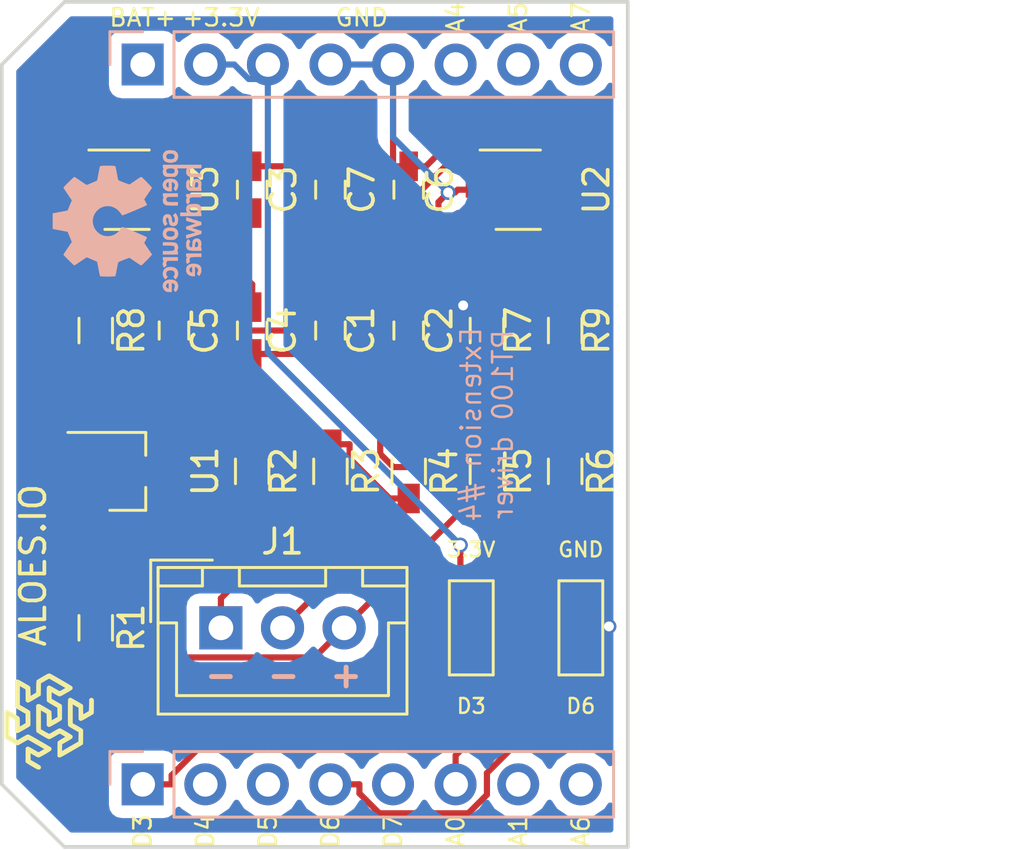
<source format=kicad_pcb>
(kicad_pcb (version 4) (host pcbnew 4.0.7-e2-6376~58~ubuntu17.04.1)

  (general
    (links 45)
    (no_connects 0)
    (area 138.354999 89.459999 163.905001 123.900001)
    (thickness 1.6)
    (drawings 31)
    (tracks 200)
    (zones 0)
    (modules 26)
    (nets 26)
  )

  (page A4)
  (title_block
    (title Cosmonode_ext_04)
    (date 2017-08-02)
  )

  (layers
    (0 F.Cu signal)
    (31 B.Cu signal)
    (32 B.Adhes user)
    (33 F.Adhes user)
    (34 B.Paste user)
    (35 F.Paste user)
    (36 B.SilkS user)
    (37 F.SilkS user)
    (38 B.Mask user)
    (39 F.Mask user)
    (40 Dwgs.User user)
    (41 Cmts.User user)
    (42 Eco1.User user)
    (43 Eco2.User user)
    (44 Edge.Cuts user)
    (45 Margin user)
    (46 B.CrtYd user)
    (47 F.CrtYd user)
    (48 B.Fab user)
    (49 F.Fab user)
  )

  (setup
    (last_trace_width 0.25)
    (trace_clearance 0.2)
    (zone_clearance 0.508)
    (zone_45_only yes)
    (trace_min 0.2)
    (segment_width 0.2)
    (edge_width 0.15)
    (via_size 0.6)
    (via_drill 0.4)
    (via_min_size 0.4)
    (via_min_drill 0.3)
    (uvia_size 0.3)
    (uvia_drill 0.1)
    (uvias_allowed no)
    (uvia_min_size 0.2)
    (uvia_min_drill 0.1)
    (pcb_text_width 0.3)
    (pcb_text_size 1.5 1.5)
    (mod_edge_width 0.15)
    (mod_text_size 1 1)
    (mod_text_width 0.15)
    (pad_size 1.524 1.524)
    (pad_drill 0.762)
    (pad_to_mask_clearance 0.2)
    (aux_axis_origin 0 0)
    (visible_elements FFFFFF7F)
    (pcbplotparams
      (layerselection 0x010ff_80000001)
      (usegerberextensions true)
      (excludeedgelayer true)
      (linewidth 0.100000)
      (plotframeref false)
      (viasonmask false)
      (mode 1)
      (useauxorigin false)
      (hpglpennumber 1)
      (hpglpenspeed 20)
      (hpglpendiameter 15)
      (hpglpenoverlay 2)
      (psnegative false)
      (psa4output false)
      (plotreference true)
      (plotvalue true)
      (plotinvisibletext false)
      (padsonsilk false)
      (subtractmaskfromsilk false)
      (outputformat 1)
      (mirror false)
      (drillshape 0)
      (scaleselection 1)
      (outputdirectory /home/ed/Kicad/Cosmonode_full/Cosmonode_ext04/gerber/))
  )

  (net 0 "")
  (net 1 /+3.0V)
  (net 2 GND)
  (net 3 "Net-(C2-Pad1)")
  (net 4 /A0)
  (net 5 "Net-(C3-Pad1)")
  (net 6 "Net-(C5-Pad1)")
  (net 7 "Net-(J1-Pad2)")
  (net 8 "Net-(J1-Pad3)")
  (net 9 /D3)
  (net 10 /D4)
  (net 11 /D5)
  (net 12 /D6)
  (net 13 /D7)
  (net 14 /A1)
  (net 15 /A6)
  (net 16 /BAT+)
  (net 17 VCC)
  (net 18 /A4)
  (net 19 /A5)
  (net 20 /A7)
  (net 21 /+2.495V)
  (net 22 "Net-(R2-Pad2)")
  (net 23 "Net-(R4-Pad1)")
  (net 24 "Net-(R5-Pad2)")
  (net 25 "Net-(R6-Pad1)")

  (net_class Default "Ceci est la Netclass par défaut"
    (clearance 0.2)
    (trace_width 0.25)
    (via_dia 0.6)
    (via_drill 0.4)
    (uvia_dia 0.3)
    (uvia_drill 0.1)
    (add_net /+2.495V)
    (add_net /+3.0V)
    (add_net /A0)
    (add_net /A1)
    (add_net /A4)
    (add_net /A5)
    (add_net /A6)
    (add_net /A7)
    (add_net /BAT+)
    (add_net /D3)
    (add_net /D4)
    (add_net /D5)
    (add_net /D6)
    (add_net /D7)
    (add_net GND)
    (add_net "Net-(C2-Pad1)")
    (add_net "Net-(C3-Pad1)")
    (add_net "Net-(C5-Pad1)")
    (add_net "Net-(J1-Pad2)")
    (add_net "Net-(J1-Pad3)")
    (add_net "Net-(R2-Pad2)")
    (add_net "Net-(R4-Pad1)")
    (add_net "Net-(R5-Pad2)")
    (add_net "Net-(R6-Pad1)")
    (add_net VCC)
  )

  (module Capacitors_SMD:C_0603_HandSoldering (layer F.Cu) (tedit 59D5FFB7) (tstamp 59D4B277)
    (at 151.765 102.87 270)
    (descr "Capacitor SMD 0603, hand soldering")
    (tags "capacitor 0603")
    (path /59821849)
    (attr smd)
    (fp_text reference C1 (at 0 -1.25 270) (layer F.SilkS)
      (effects (font (size 1 1) (thickness 0.15)))
    )
    (fp_text value 100nF (at 0 1.5 270) (layer F.Fab) hide
      (effects (font (size 1 1) (thickness 0.15)))
    )
    (fp_text user %R (at 0 -1.25 270) (layer F.Fab)
      (effects (font (size 1 1) (thickness 0.15)))
    )
    (fp_line (start -0.8 0.4) (end -0.8 -0.4) (layer F.Fab) (width 0.1))
    (fp_line (start 0.8 0.4) (end -0.8 0.4) (layer F.Fab) (width 0.1))
    (fp_line (start 0.8 -0.4) (end 0.8 0.4) (layer F.Fab) (width 0.1))
    (fp_line (start -0.8 -0.4) (end 0.8 -0.4) (layer F.Fab) (width 0.1))
    (fp_line (start -0.35 -0.6) (end 0.35 -0.6) (layer F.SilkS) (width 0.12))
    (fp_line (start 0.35 0.6) (end -0.35 0.6) (layer F.SilkS) (width 0.12))
    (fp_line (start -1.8 -0.65) (end 1.8 -0.65) (layer F.CrtYd) (width 0.05))
    (fp_line (start -1.8 -0.65) (end -1.8 0.65) (layer F.CrtYd) (width 0.05))
    (fp_line (start 1.8 0.65) (end 1.8 -0.65) (layer F.CrtYd) (width 0.05))
    (fp_line (start 1.8 0.65) (end -1.8 0.65) (layer F.CrtYd) (width 0.05))
    (pad 1 smd rect (at -0.95 0 270) (size 1.2 0.75) (layers F.Cu F.Paste F.Mask)
      (net 1 /+3.0V))
    (pad 2 smd rect (at 0.95 0 270) (size 1.2 0.75) (layers F.Cu F.Paste F.Mask)
      (net 2 GND))
    (model Capacitors_SMD.3dshapes/C_0603.wrl
      (at (xyz 0 0 0))
      (scale (xyz 1 1 1))
      (rotate (xyz 0 0 0))
    )
  )

  (module Capacitors_SMD:C_0603_HandSoldering (layer F.Cu) (tedit 59D5FFB5) (tstamp 59D4B27D)
    (at 154.94 102.87 270)
    (descr "Capacitor SMD 0603, hand soldering")
    (tags "capacitor 0603")
    (path /5982194B)
    (attr smd)
    (fp_text reference C2 (at 0 -1.25 270) (layer F.SilkS)
      (effects (font (size 1 1) (thickness 0.15)))
    )
    (fp_text value 1uF (at 0 1.5 270) (layer F.Fab) hide
      (effects (font (size 1 1) (thickness 0.15)))
    )
    (fp_text user %R (at 0 -1.25 270) (layer F.Fab)
      (effects (font (size 1 1) (thickness 0.15)))
    )
    (fp_line (start -0.8 0.4) (end -0.8 -0.4) (layer F.Fab) (width 0.1))
    (fp_line (start 0.8 0.4) (end -0.8 0.4) (layer F.Fab) (width 0.1))
    (fp_line (start 0.8 -0.4) (end 0.8 0.4) (layer F.Fab) (width 0.1))
    (fp_line (start -0.8 -0.4) (end 0.8 -0.4) (layer F.Fab) (width 0.1))
    (fp_line (start -0.35 -0.6) (end 0.35 -0.6) (layer F.SilkS) (width 0.12))
    (fp_line (start 0.35 0.6) (end -0.35 0.6) (layer F.SilkS) (width 0.12))
    (fp_line (start -1.8 -0.65) (end 1.8 -0.65) (layer F.CrtYd) (width 0.05))
    (fp_line (start -1.8 -0.65) (end -1.8 0.65) (layer F.CrtYd) (width 0.05))
    (fp_line (start 1.8 0.65) (end 1.8 -0.65) (layer F.CrtYd) (width 0.05))
    (fp_line (start 1.8 0.65) (end -1.8 0.65) (layer F.CrtYd) (width 0.05))
    (pad 1 smd rect (at -0.95 0 270) (size 1.2 0.75) (layers F.Cu F.Paste F.Mask)
      (net 3 "Net-(C2-Pad1)"))
    (pad 2 smd rect (at 0.95 0 270) (size 1.2 0.75) (layers F.Cu F.Paste F.Mask)
      (net 4 /A0))
    (model Capacitors_SMD.3dshapes/C_0603.wrl
      (at (xyz 0 0 0))
      (scale (xyz 1 1 1))
      (rotate (xyz 0 0 0))
    )
  )

  (module Capacitors_SMD:C_0603_HandSoldering (layer F.Cu) (tedit 59D602E5) (tstamp 59D4B283)
    (at 148.59 97.155 90)
    (descr "Capacitor SMD 0603, hand soldering")
    (tags "capacitor 0603")
    (path /59821816)
    (attr smd)
    (fp_text reference C3 (at 0 1.27 90) (layer F.SilkS)
      (effects (font (size 1 1) (thickness 0.15)))
    )
    (fp_text value 4.7uF (at 0 1.5 90) (layer F.Fab) hide
      (effects (font (size 1 1) (thickness 0.15)))
    )
    (fp_text user %R (at 0 -1.25 90) (layer F.Fab) hide
      (effects (font (size 1 1) (thickness 0.15)))
    )
    (fp_line (start -0.8 0.4) (end -0.8 -0.4) (layer F.Fab) (width 0.1))
    (fp_line (start 0.8 0.4) (end -0.8 0.4) (layer F.Fab) (width 0.1))
    (fp_line (start 0.8 -0.4) (end 0.8 0.4) (layer F.Fab) (width 0.1))
    (fp_line (start -0.8 -0.4) (end 0.8 -0.4) (layer F.Fab) (width 0.1))
    (fp_line (start -0.35 -0.6) (end 0.35 -0.6) (layer F.SilkS) (width 0.12))
    (fp_line (start 0.35 0.6) (end -0.35 0.6) (layer F.SilkS) (width 0.12))
    (fp_line (start -1.8 -0.65) (end 1.8 -0.65) (layer F.CrtYd) (width 0.05))
    (fp_line (start -1.8 -0.65) (end -1.8 0.65) (layer F.CrtYd) (width 0.05))
    (fp_line (start 1.8 0.65) (end 1.8 -0.65) (layer F.CrtYd) (width 0.05))
    (fp_line (start 1.8 0.65) (end -1.8 0.65) (layer F.CrtYd) (width 0.05))
    (pad 1 smd rect (at -0.95 0 90) (size 1.2 0.75) (layers F.Cu F.Paste F.Mask)
      (net 5 "Net-(C3-Pad1)"))
    (pad 2 smd rect (at 0.95 0 90) (size 1.2 0.75) (layers F.Cu F.Paste F.Mask)
      (net 2 GND))
    (model Capacitors_SMD.3dshapes/C_0603.wrl
      (at (xyz 0 0 0))
      (scale (xyz 1 1 1))
      (rotate (xyz 0 0 0))
    )
  )

  (module Capacitors_SMD:C_0603_HandSoldering (layer F.Cu) (tedit 59D5FFB0) (tstamp 59D4B289)
    (at 148.59 102.87 270)
    (descr "Capacitor SMD 0603, hand soldering")
    (tags "capacitor 0603")
    (path /598217C1)
    (attr smd)
    (fp_text reference C4 (at 0 -1.25 270) (layer F.SilkS)
      (effects (font (size 1 1) (thickness 0.15)))
    )
    (fp_text value 100nF (at 0 1.5 270) (layer F.Fab) hide
      (effects (font (size 1 1) (thickness 0.15)))
    )
    (fp_text user %R (at 0 -1.25 270) (layer F.Fab)
      (effects (font (size 1 1) (thickness 0.15)))
    )
    (fp_line (start -0.8 0.4) (end -0.8 -0.4) (layer F.Fab) (width 0.1))
    (fp_line (start 0.8 0.4) (end -0.8 0.4) (layer F.Fab) (width 0.1))
    (fp_line (start 0.8 -0.4) (end 0.8 0.4) (layer F.Fab) (width 0.1))
    (fp_line (start -0.8 -0.4) (end 0.8 -0.4) (layer F.Fab) (width 0.1))
    (fp_line (start -0.35 -0.6) (end 0.35 -0.6) (layer F.SilkS) (width 0.12))
    (fp_line (start 0.35 0.6) (end -0.35 0.6) (layer F.SilkS) (width 0.12))
    (fp_line (start -1.8 -0.65) (end 1.8 -0.65) (layer F.CrtYd) (width 0.05))
    (fp_line (start -1.8 -0.65) (end -1.8 0.65) (layer F.CrtYd) (width 0.05))
    (fp_line (start 1.8 0.65) (end 1.8 -0.65) (layer F.CrtYd) (width 0.05))
    (fp_line (start 1.8 0.65) (end -1.8 0.65) (layer F.CrtYd) (width 0.05))
    (pad 1 smd rect (at -0.95 0 270) (size 1.2 0.75) (layers F.Cu F.Paste F.Mask)
      (net 5 "Net-(C3-Pad1)"))
    (pad 2 smd rect (at 0.95 0 270) (size 1.2 0.75) (layers F.Cu F.Paste F.Mask)
      (net 2 GND))
    (model Capacitors_SMD.3dshapes/C_0603.wrl
      (at (xyz 0 0 0))
      (scale (xyz 1 1 1))
      (rotate (xyz 0 0 0))
    )
  )

  (module Capacitors_SMD:C_0603_HandSoldering (layer F.Cu) (tedit 59D5FFAC) (tstamp 59D4B28F)
    (at 145.415 102.87 270)
    (descr "Capacitor SMD 0603, hand soldering")
    (tags "capacitor 0603")
    (path /598218BB)
    (attr smd)
    (fp_text reference C5 (at 0 -1.25 270) (layer F.SilkS)
      (effects (font (size 1 1) (thickness 0.15)))
    )
    (fp_text value 10nF (at 0 1.5 270) (layer F.Fab) hide
      (effects (font (size 1 1) (thickness 0.15)))
    )
    (fp_text user %R (at 0 -1.25 270) (layer F.Fab)
      (effects (font (size 1 1) (thickness 0.15)))
    )
    (fp_line (start -0.8 0.4) (end -0.8 -0.4) (layer F.Fab) (width 0.1))
    (fp_line (start 0.8 0.4) (end -0.8 0.4) (layer F.Fab) (width 0.1))
    (fp_line (start 0.8 -0.4) (end 0.8 0.4) (layer F.Fab) (width 0.1))
    (fp_line (start -0.8 -0.4) (end 0.8 -0.4) (layer F.Fab) (width 0.1))
    (fp_line (start -0.35 -0.6) (end 0.35 -0.6) (layer F.SilkS) (width 0.12))
    (fp_line (start 0.35 0.6) (end -0.35 0.6) (layer F.SilkS) (width 0.12))
    (fp_line (start -1.8 -0.65) (end 1.8 -0.65) (layer F.CrtYd) (width 0.05))
    (fp_line (start -1.8 -0.65) (end -1.8 0.65) (layer F.CrtYd) (width 0.05))
    (fp_line (start 1.8 0.65) (end 1.8 -0.65) (layer F.CrtYd) (width 0.05))
    (fp_line (start 1.8 0.65) (end -1.8 0.65) (layer F.CrtYd) (width 0.05))
    (pad 1 smd rect (at -0.95 0 270) (size 1.2 0.75) (layers F.Cu F.Paste F.Mask)
      (net 6 "Net-(C5-Pad1)"))
    (pad 2 smd rect (at 0.95 0 270) (size 1.2 0.75) (layers F.Cu F.Paste F.Mask)
      (net 2 GND))
    (model Capacitors_SMD.3dshapes/C_0603.wrl
      (at (xyz 0 0 0))
      (scale (xyz 1 1 1))
      (rotate (xyz 0 0 0))
    )
  )

  (module Capacitors_SMD:C_0603_HandSoldering (layer F.Cu) (tedit 59D602D9) (tstamp 59D4B295)
    (at 154.94 97.155 90)
    (descr "Capacitor SMD 0603, hand soldering")
    (tags "capacitor 0603")
    (path /59821884)
    (attr smd)
    (fp_text reference C6 (at 0 1.27 90) (layer F.SilkS)
      (effects (font (size 1 1) (thickness 0.15)))
    )
    (fp_text value 4.7nF (at 0 1.5 90) (layer F.Fab) hide
      (effects (font (size 1 1) (thickness 0.15)))
    )
    (fp_text user %R (at 0 -1.25 90) (layer F.Fab) hide
      (effects (font (size 1 1) (thickness 0.15)))
    )
    (fp_line (start -0.8 0.4) (end -0.8 -0.4) (layer F.Fab) (width 0.1))
    (fp_line (start 0.8 0.4) (end -0.8 0.4) (layer F.Fab) (width 0.1))
    (fp_line (start 0.8 -0.4) (end 0.8 0.4) (layer F.Fab) (width 0.1))
    (fp_line (start -0.8 -0.4) (end 0.8 -0.4) (layer F.Fab) (width 0.1))
    (fp_line (start -0.35 -0.6) (end 0.35 -0.6) (layer F.SilkS) (width 0.12))
    (fp_line (start 0.35 0.6) (end -0.35 0.6) (layer F.SilkS) (width 0.12))
    (fp_line (start -1.8 -0.65) (end 1.8 -0.65) (layer F.CrtYd) (width 0.05))
    (fp_line (start -1.8 -0.65) (end -1.8 0.65) (layer F.CrtYd) (width 0.05))
    (fp_line (start 1.8 0.65) (end 1.8 -0.65) (layer F.CrtYd) (width 0.05))
    (fp_line (start 1.8 0.65) (end -1.8 0.65) (layer F.CrtYd) (width 0.05))
    (pad 1 smd rect (at -0.95 0 90) (size 1.2 0.75) (layers F.Cu F.Paste F.Mask)
      (net 1 /+3.0V))
    (pad 2 smd rect (at 0.95 0 90) (size 1.2 0.75) (layers F.Cu F.Paste F.Mask)
      (net 2 GND))
    (model Capacitors_SMD.3dshapes/C_0603.wrl
      (at (xyz 0 0 0))
      (scale (xyz 1 1 1))
      (rotate (xyz 0 0 0))
    )
  )

  (module Capacitors_SMD:C_0603_HandSoldering (layer F.Cu) (tedit 59D602DE) (tstamp 59D4B29B)
    (at 151.765 97.155 90)
    (descr "Capacitor SMD 0603, hand soldering")
    (tags "capacitor 0603")
    (path /598218F8)
    (attr smd)
    (fp_text reference C7 (at 0 1.27 90) (layer F.SilkS)
      (effects (font (size 1 1) (thickness 0.15)))
    )
    (fp_text value 100nF (at 0 1.5 90) (layer F.Fab) hide
      (effects (font (size 1 1) (thickness 0.15)))
    )
    (fp_text user %R (at 0 -1.25 90) (layer F.Fab) hide
      (effects (font (size 1 1) (thickness 0.15)))
    )
    (fp_line (start -0.8 0.4) (end -0.8 -0.4) (layer F.Fab) (width 0.1))
    (fp_line (start 0.8 0.4) (end -0.8 0.4) (layer F.Fab) (width 0.1))
    (fp_line (start 0.8 -0.4) (end 0.8 0.4) (layer F.Fab) (width 0.1))
    (fp_line (start -0.8 -0.4) (end 0.8 -0.4) (layer F.Fab) (width 0.1))
    (fp_line (start -0.35 -0.6) (end 0.35 -0.6) (layer F.SilkS) (width 0.12))
    (fp_line (start 0.35 0.6) (end -0.35 0.6) (layer F.SilkS) (width 0.12))
    (fp_line (start -1.8 -0.65) (end 1.8 -0.65) (layer F.CrtYd) (width 0.05))
    (fp_line (start -1.8 -0.65) (end -1.8 0.65) (layer F.CrtYd) (width 0.05))
    (fp_line (start 1.8 0.65) (end 1.8 -0.65) (layer F.CrtYd) (width 0.05))
    (fp_line (start 1.8 0.65) (end -1.8 0.65) (layer F.CrtYd) (width 0.05))
    (pad 1 smd rect (at -0.95 0 90) (size 1.2 0.75) (layers F.Cu F.Paste F.Mask)
      (net 1 /+3.0V))
    (pad 2 smd rect (at 0.95 0 90) (size 1.2 0.75) (layers F.Cu F.Paste F.Mask)
      (net 2 GND))
    (model Capacitors_SMD.3dshapes/C_0603.wrl
      (at (xyz 0 0 0))
      (scale (xyz 1 1 1))
      (rotate (xyz 0 0 0))
    )
  )

  (module Connectors_JST:JST_XH_B03B-XH-A_03x2.50mm_Straight (layer F.Cu) (tedit 59D5FEDB) (tstamp 59D4B2A2)
    (at 147.32 114.935)
    (descr "JST XH series connector, B03B-XH-A, top entry type, through hole")
    (tags "connector jst xh tht top vertical 2.50mm")
    (path /5982290D)
    (fp_text reference J1 (at 2.5 -3.5) (layer F.SilkS)
      (effects (font (size 1 1) (thickness 0.15)))
    )
    (fp_text value PT100 (at 2.5 4.5) (layer F.Fab) hide
      (effects (font (size 1 1) (thickness 0.15)))
    )
    (fp_line (start -2.45 -2.35) (end -2.45 3.4) (layer F.Fab) (width 0.1))
    (fp_line (start -2.45 3.4) (end 7.45 3.4) (layer F.Fab) (width 0.1))
    (fp_line (start 7.45 3.4) (end 7.45 -2.35) (layer F.Fab) (width 0.1))
    (fp_line (start 7.45 -2.35) (end -2.45 -2.35) (layer F.Fab) (width 0.1))
    (fp_line (start -2.95 -2.85) (end -2.95 3.9) (layer F.CrtYd) (width 0.05))
    (fp_line (start -2.95 3.9) (end 7.95 3.9) (layer F.CrtYd) (width 0.05))
    (fp_line (start 7.95 3.9) (end 7.95 -2.85) (layer F.CrtYd) (width 0.05))
    (fp_line (start 7.95 -2.85) (end -2.95 -2.85) (layer F.CrtYd) (width 0.05))
    (fp_line (start -2.55 -2.45) (end -2.55 3.5) (layer F.SilkS) (width 0.12))
    (fp_line (start -2.55 3.5) (end 7.55 3.5) (layer F.SilkS) (width 0.12))
    (fp_line (start 7.55 3.5) (end 7.55 -2.45) (layer F.SilkS) (width 0.12))
    (fp_line (start 7.55 -2.45) (end -2.55 -2.45) (layer F.SilkS) (width 0.12))
    (fp_line (start 0.75 -2.45) (end 0.75 -1.7) (layer F.SilkS) (width 0.12))
    (fp_line (start 0.75 -1.7) (end 4.25 -1.7) (layer F.SilkS) (width 0.12))
    (fp_line (start 4.25 -1.7) (end 4.25 -2.45) (layer F.SilkS) (width 0.12))
    (fp_line (start 4.25 -2.45) (end 0.75 -2.45) (layer F.SilkS) (width 0.12))
    (fp_line (start -2.55 -2.45) (end -2.55 -1.7) (layer F.SilkS) (width 0.12))
    (fp_line (start -2.55 -1.7) (end -0.75 -1.7) (layer F.SilkS) (width 0.12))
    (fp_line (start -0.75 -1.7) (end -0.75 -2.45) (layer F.SilkS) (width 0.12))
    (fp_line (start -0.75 -2.45) (end -2.55 -2.45) (layer F.SilkS) (width 0.12))
    (fp_line (start 5.75 -2.45) (end 5.75 -1.7) (layer F.SilkS) (width 0.12))
    (fp_line (start 5.75 -1.7) (end 7.55 -1.7) (layer F.SilkS) (width 0.12))
    (fp_line (start 7.55 -1.7) (end 7.55 -2.45) (layer F.SilkS) (width 0.12))
    (fp_line (start 7.55 -2.45) (end 5.75 -2.45) (layer F.SilkS) (width 0.12))
    (fp_line (start -2.55 -0.2) (end -1.8 -0.2) (layer F.SilkS) (width 0.12))
    (fp_line (start -1.8 -0.2) (end -1.8 2.75) (layer F.SilkS) (width 0.12))
    (fp_line (start -1.8 2.75) (end 2.5 2.75) (layer F.SilkS) (width 0.12))
    (fp_line (start 7.55 -0.2) (end 6.8 -0.2) (layer F.SilkS) (width 0.12))
    (fp_line (start 6.8 -0.2) (end 6.8 2.75) (layer F.SilkS) (width 0.12))
    (fp_line (start 6.8 2.75) (end 2.5 2.75) (layer F.SilkS) (width 0.12))
    (fp_line (start -0.35 -2.75) (end -2.85 -2.75) (layer F.SilkS) (width 0.12))
    (fp_line (start -2.85 -2.75) (end -2.85 -0.25) (layer F.SilkS) (width 0.12))
    (fp_line (start -0.35 -2.75) (end -2.85 -2.75) (layer F.Fab) (width 0.1))
    (fp_line (start -2.85 -2.75) (end -2.85 -0.25) (layer F.Fab) (width 0.1))
    (fp_text user %R (at 2.5 2.5) (layer F.Fab) hide
      (effects (font (size 1 1) (thickness 0.15)))
    )
    (pad 1 thru_hole rect (at 0 0) (size 1.75 1.75) (drill 1) (layers *.Cu *.Mask)
      (net 2 GND))
    (pad 2 thru_hole circle (at 2.5 0) (size 1.75 1.75) (drill 1) (layers *.Cu *.Mask)
      (net 7 "Net-(J1-Pad2)"))
    (pad 3 thru_hole circle (at 5 0) (size 1.75 1.75) (drill 1) (layers *.Cu *.Mask)
      (net 8 "Net-(J1-Pad3)"))
    (model Connectors_JST.3dshapes/JST_XH_B03B-XH-A_03x2.50mm_Straight.wrl
      (at (xyz 0 0 0))
      (scale (xyz 1 1 1))
      (rotate (xyz 0 0 0))
    )
  )

  (module Socket_Strips:Socket_Strip_Straight_1x08_Pitch2.54mm (layer B.Cu) (tedit 59D4B22F) (tstamp 59D4B2AE)
    (at 144.145 121.285 270)
    (descr "Through hole straight socket strip, 1x08, 2.54mm pitch, single row")
    (tags "Through hole socket strip THT 1x08 2.54mm single row")
    (path /59825F9E)
    (fp_text reference J2 (at 0 2.33 270) (layer B.SilkS) hide
      (effects (font (size 1 1) (thickness 0.15)) (justify mirror))
    )
    (fp_text value CONN_01X08 (at 0 -20.11 270) (layer B.Fab) hide
      (effects (font (size 1 1) (thickness 0.15)) (justify mirror))
    )
    (fp_line (start -1.27 1.27) (end -1.27 -19.05) (layer B.Fab) (width 0.1))
    (fp_line (start -1.27 -19.05) (end 1.27 -19.05) (layer B.Fab) (width 0.1))
    (fp_line (start 1.27 -19.05) (end 1.27 1.27) (layer B.Fab) (width 0.1))
    (fp_line (start 1.27 1.27) (end -1.27 1.27) (layer B.Fab) (width 0.1))
    (fp_line (start -1.33 -1.27) (end -1.33 -19.11) (layer B.SilkS) (width 0.12))
    (fp_line (start -1.33 -19.11) (end 1.33 -19.11) (layer B.SilkS) (width 0.12))
    (fp_line (start 1.33 -19.11) (end 1.33 -1.27) (layer B.SilkS) (width 0.12))
    (fp_line (start 1.33 -1.27) (end -1.33 -1.27) (layer B.SilkS) (width 0.12))
    (fp_line (start -1.33 0) (end -1.33 1.33) (layer B.SilkS) (width 0.12))
    (fp_line (start -1.33 1.33) (end 0 1.33) (layer B.SilkS) (width 0.12))
    (fp_line (start -1.8 1.8) (end -1.8 -19.55) (layer B.CrtYd) (width 0.05))
    (fp_line (start -1.8 -19.55) (end 1.8 -19.55) (layer B.CrtYd) (width 0.05))
    (fp_line (start 1.8 -19.55) (end 1.8 1.8) (layer B.CrtYd) (width 0.05))
    (fp_line (start 1.8 1.8) (end -1.8 1.8) (layer B.CrtYd) (width 0.05))
    (fp_text user %R (at 0 2.33 270) (layer B.Fab) hide
      (effects (font (size 1 1) (thickness 0.15)) (justify mirror))
    )
    (pad 1 thru_hole rect (at 0 0 270) (size 1.7 1.7) (drill 1) (layers *.Cu *.Mask)
      (net 9 /D3))
    (pad 2 thru_hole oval (at 0 -2.54 270) (size 1.7 1.7) (drill 1) (layers *.Cu *.Mask)
      (net 10 /D4))
    (pad 3 thru_hole oval (at 0 -5.08 270) (size 1.7 1.7) (drill 1) (layers *.Cu *.Mask)
      (net 11 /D5))
    (pad 4 thru_hole oval (at 0 -7.62 270) (size 1.7 1.7) (drill 1) (layers *.Cu *.Mask)
      (net 12 /D6))
    (pad 5 thru_hole oval (at 0 -10.16 270) (size 1.7 1.7) (drill 1) (layers *.Cu *.Mask)
      (net 13 /D7))
    (pad 6 thru_hole oval (at 0 -12.7 270) (size 1.7 1.7) (drill 1) (layers *.Cu *.Mask)
      (net 4 /A0))
    (pad 7 thru_hole oval (at 0 -15.24 270) (size 1.7 1.7) (drill 1) (layers *.Cu *.Mask)
      (net 14 /A1))
    (pad 8 thru_hole oval (at 0 -17.78 270) (size 1.7 1.7) (drill 1) (layers *.Cu *.Mask)
      (net 15 /A6))
    (model ${KISYS3DMOD}/Socket_Strips.3dshapes/Socket_Strip_Straight_1x08_Pitch2.54mm.wrl
      (at (xyz 0 -0.35 0))
      (scale (xyz 1 1 1))
      (rotate (xyz 0 0 270))
    )
  )

  (module Socket_Strips:Socket_Strip_Straight_1x08_Pitch2.54mm (layer B.Cu) (tedit 59D4B228) (tstamp 59D4B2BA)
    (at 144.145 92.075 270)
    (descr "Through hole straight socket strip, 1x08, 2.54mm pitch, single row")
    (tags "Through hole socket strip THT 1x08 2.54mm single row")
    (path /59825EDD)
    (fp_text reference J3 (at 0 2.33 270) (layer B.SilkS) hide
      (effects (font (size 1 1) (thickness 0.15)) (justify mirror))
    )
    (fp_text value CONN_01X08 (at 0 -20.11 270) (layer B.Fab) hide
      (effects (font (size 1 1) (thickness 0.15)) (justify mirror))
    )
    (fp_line (start -1.27 1.27) (end -1.27 -19.05) (layer B.Fab) (width 0.1))
    (fp_line (start -1.27 -19.05) (end 1.27 -19.05) (layer B.Fab) (width 0.1))
    (fp_line (start 1.27 -19.05) (end 1.27 1.27) (layer B.Fab) (width 0.1))
    (fp_line (start 1.27 1.27) (end -1.27 1.27) (layer B.Fab) (width 0.1))
    (fp_line (start -1.33 -1.27) (end -1.33 -19.11) (layer B.SilkS) (width 0.12))
    (fp_line (start -1.33 -19.11) (end 1.33 -19.11) (layer B.SilkS) (width 0.12))
    (fp_line (start 1.33 -19.11) (end 1.33 -1.27) (layer B.SilkS) (width 0.12))
    (fp_line (start 1.33 -1.27) (end -1.33 -1.27) (layer B.SilkS) (width 0.12))
    (fp_line (start -1.33 0) (end -1.33 1.33) (layer B.SilkS) (width 0.12))
    (fp_line (start -1.33 1.33) (end 0 1.33) (layer B.SilkS) (width 0.12))
    (fp_line (start -1.8 1.8) (end -1.8 -19.55) (layer B.CrtYd) (width 0.05))
    (fp_line (start -1.8 -19.55) (end 1.8 -19.55) (layer B.CrtYd) (width 0.05))
    (fp_line (start 1.8 -19.55) (end 1.8 1.8) (layer B.CrtYd) (width 0.05))
    (fp_line (start 1.8 1.8) (end -1.8 1.8) (layer B.CrtYd) (width 0.05))
    (fp_text user %R (at 0 2.33 270) (layer B.Fab) hide
      (effects (font (size 1 1) (thickness 0.15)) (justify mirror))
    )
    (pad 1 thru_hole rect (at 0 0 270) (size 1.7 1.7) (drill 1) (layers *.Cu *.Mask)
      (net 16 /BAT+))
    (pad 2 thru_hole oval (at 0 -2.54 270) (size 1.7 1.7) (drill 1) (layers *.Cu *.Mask)
      (net 17 VCC))
    (pad 3 thru_hole oval (at 0 -5.08 270) (size 1.7 1.7) (drill 1) (layers *.Cu *.Mask)
      (net 17 VCC))
    (pad 4 thru_hole oval (at 0 -7.62 270) (size 1.7 1.7) (drill 1) (layers *.Cu *.Mask)
      (net 2 GND))
    (pad 5 thru_hole oval (at 0 -10.16 270) (size 1.7 1.7) (drill 1) (layers *.Cu *.Mask)
      (net 2 GND))
    (pad 6 thru_hole oval (at 0 -12.7 270) (size 1.7 1.7) (drill 1) (layers *.Cu *.Mask)
      (net 18 /A4))
    (pad 7 thru_hole oval (at 0 -15.24 270) (size 1.7 1.7) (drill 1) (layers *.Cu *.Mask)
      (net 19 /A5))
    (pad 8 thru_hole oval (at 0 -17.78 270) (size 1.7 1.7) (drill 1) (layers *.Cu *.Mask)
      (net 20 /A7))
    (model ${KISYS3DMOD}/Socket_Strips.3dshapes/Socket_Strip_Straight_1x08_Pitch2.54mm.wrl
      (at (xyz 0 -0.35 0))
      (scale (xyz 1 1 1))
      (rotate (xyz 0 0 270))
    )
  )

  (module Connectors:GS3 (layer F.Cu) (tedit 59D5FEFB) (tstamp 59D4B2C1)
    (at 161.925 114.935)
    (descr "3-pin solder bridge")
    (tags "solder bridge")
    (path /59826F97)
    (attr smd)
    (fp_text reference J4 (at -1.7 0 90) (layer F.SilkS) hide
      (effects (font (size 1 1) (thickness 0.15)))
    )
    (fp_text value GS3 (at 1.8 0 90) (layer F.Fab) hide
      (effects (font (size 1 1) (thickness 0.15)))
    )
    (fp_line (start -1.15 -2.15) (end 1.15 -2.15) (layer F.CrtYd) (width 0.05))
    (fp_line (start 1.15 -2.15) (end 1.15 2.15) (layer F.CrtYd) (width 0.05))
    (fp_line (start 1.15 2.15) (end -1.15 2.15) (layer F.CrtYd) (width 0.05))
    (fp_line (start -1.15 2.15) (end -1.15 -2.15) (layer F.CrtYd) (width 0.05))
    (fp_line (start -0.89 -1.91) (end -0.89 1.91) (layer F.SilkS) (width 0.12))
    (fp_line (start -0.89 1.91) (end 0.89 1.91) (layer F.SilkS) (width 0.12))
    (fp_line (start 0.89 1.91) (end 0.89 -1.91) (layer F.SilkS) (width 0.12))
    (fp_line (start -0.89 -1.91) (end 0.89 -1.91) (layer F.SilkS) (width 0.12))
    (pad 1 smd rect (at 0 -1.27) (size 1.27 0.97) (layers F.Cu F.Paste F.Mask)
      (net 2 GND))
    (pad 2 smd rect (at 0 0) (size 1.27 0.97) (layers F.Cu F.Paste F.Mask)
      (net 3 "Net-(C2-Pad1)"))
    (pad 3 smd rect (at 0 1.27) (size 1.27 0.97) (layers F.Cu F.Paste F.Mask)
      (net 12 /D6))
  )

  (module Connectors:GS3 (layer F.Cu) (tedit 59D5FEF8) (tstamp 59D4B2C8)
    (at 157.48 114.935)
    (descr "3-pin solder bridge")
    (tags "solder bridge")
    (path /59826E2B)
    (attr smd)
    (fp_text reference J5 (at -1.7 0 90) (layer F.SilkS) hide
      (effects (font (size 1 1) (thickness 0.15)))
    )
    (fp_text value GS3 (at 1.8 0 90) (layer F.Fab) hide
      (effects (font (size 1 1) (thickness 0.15)))
    )
    (fp_line (start -1.15 -2.15) (end 1.15 -2.15) (layer F.CrtYd) (width 0.05))
    (fp_line (start 1.15 -2.15) (end 1.15 2.15) (layer F.CrtYd) (width 0.05))
    (fp_line (start 1.15 2.15) (end -1.15 2.15) (layer F.CrtYd) (width 0.05))
    (fp_line (start -1.15 2.15) (end -1.15 -2.15) (layer F.CrtYd) (width 0.05))
    (fp_line (start -0.89 -1.91) (end -0.89 1.91) (layer F.SilkS) (width 0.12))
    (fp_line (start -0.89 1.91) (end 0.89 1.91) (layer F.SilkS) (width 0.12))
    (fp_line (start 0.89 1.91) (end 0.89 -1.91) (layer F.SilkS) (width 0.12))
    (fp_line (start -0.89 -1.91) (end 0.89 -1.91) (layer F.SilkS) (width 0.12))
    (pad 1 smd rect (at 0 -1.27) (size 1.27 0.97) (layers F.Cu F.Paste F.Mask)
      (net 17 VCC))
    (pad 2 smd rect (at 0 0) (size 1.27 0.97) (layers F.Cu F.Paste F.Mask)
      (net 5 "Net-(C3-Pad1)"))
    (pad 3 smd rect (at 0 1.27) (size 1.27 0.97) (layers F.Cu F.Paste F.Mask)
      (net 9 /D3))
  )

  (module Aloes:Aloes_mini (layer F.Cu) (tedit 0) (tstamp 59D4B2CC)
    (at 140.335 118.745 90)
    (path /59D4B1E8)
    (fp_text reference J6 (at 0 0 90) (layer F.SilkS) hide
      (effects (font (thickness 0.3)))
    )
    (fp_text value Aloes_Logo (at 0.75 0 90) (layer F.SilkS) hide
      (effects (font (thickness 0.3)))
    )
    (fp_poly (pts (xy -0.009945 -1.794874) (xy 0.081325 -1.79478) (xy 0.158284 -1.794581) (xy 0.222242 -1.79424)
      (xy 0.274511 -1.793716) (xy 0.316401 -1.792973) (xy 0.349224 -1.791972) (xy 0.374291 -1.790675)
      (xy 0.392912 -1.789043) (xy 0.406399 -1.787038) (xy 0.416062 -1.784621) (xy 0.423213 -1.781755)
      (xy 0.428242 -1.77897) (xy 0.455972 -1.75336) (xy 0.470062 -1.720607) (xy 0.468969 -1.684557)
      (xy 0.467789 -1.680338) (xy 0.460767 -1.664051) (xy 0.446474 -1.635909) (xy 0.426244 -1.598215)
      (xy 0.40141 -1.553275) (xy 0.373305 -1.503394) (xy 0.343261 -1.450876) (xy 0.312612 -1.398027)
      (xy 0.282691 -1.347152) (xy 0.25483 -1.300555) (xy 0.230362 -1.260542) (xy 0.210621 -1.229417)
      (xy 0.196939 -1.209485) (xy 0.192306 -1.203963) (xy 0.184936 -1.197887) (xy 0.175884 -1.193202)
      (xy 0.162821 -1.189633) (xy 0.143415 -1.186904) (xy 0.115336 -1.184739) (xy 0.076254 -1.182862)
      (xy 0.023837 -1.180996) (xy -0.010985 -1.179892) (xy -0.064701 -1.178078) (xy -0.112224 -1.176196)
      (xy -0.151121 -1.174365) (xy -0.178962 -1.172704) (xy -0.193313 -1.171334) (xy -0.194733 -1.170879)
      (xy -0.190723 -1.162795) (xy -0.179658 -1.142651) (xy -0.162988 -1.113032) (xy -0.142162 -1.076523)
      (xy -0.129117 -1.053846) (xy -0.0635 -0.940116) (xy 0.326814 -0.9398) (xy 0.436127 -1.131614)
      (xy 0.466619 -1.184451) (xy 0.495512 -1.23327) (xy 0.521435 -1.275851) (xy 0.543016 -1.309973)
      (xy 0.558883 -1.333414) (xy 0.56685 -1.343281) (xy 0.58826 -1.363133) (xy 1.656145 -1.363133)
      (xy 1.683206 -1.335213) (xy 1.695806 -1.321387) (xy 1.704833 -1.308113) (xy 1.709741 -1.293731)
      (xy 1.709984 -1.276583) (xy 1.705015 -1.255008) (xy 1.694289 -1.227346) (xy 1.677259 -1.191939)
      (xy 1.653378 -1.147128) (xy 1.622102 -1.091251) (xy 1.582883 -1.022651) (xy 1.576917 -1.012266)
      (xy 1.53548 -0.940727) (xy 1.501294 -0.883021) (xy 1.473646 -0.838034) (xy 1.451824 -0.804657)
      (xy 1.435115 -0.781778) (xy 1.422805 -0.768284) (xy 1.418167 -0.764765) (xy 1.407296 -0.75939)
      (xy 1.392977 -0.755229) (xy 1.372779 -0.752045) (xy 1.344271 -0.749599) (xy 1.305023 -0.747652)
      (xy 1.252603 -0.745965) (xy 1.21745 -0.745066) (xy 1.042132 -0.740833) (xy 1.110318 -0.624417)
      (xy 1.178504 -0.508) (xy 1.332202 -0.506923) (xy 1.390142 -0.506239) (xy 1.450283 -0.505051)
      (xy 1.507317 -0.503496) (xy 1.555938 -0.501709) (xy 1.579033 -0.500573) (xy 1.672167 -0.4953)
      (xy 1.702919 -0.448733) (xy 1.715723 -0.428494) (xy 1.735461 -0.396213) (xy 1.760571 -0.354497)
      (xy 1.789489 -0.305952) (xy 1.820655 -0.253186) (xy 1.844736 -0.212116) (xy 1.879327 -0.152585)
      (xy 1.90608 -0.105584) (xy 1.92595 -0.069169) (xy 1.939891 -0.041399) (xy 1.948858 -0.020332)
      (xy 1.953805 -0.004026) (xy 1.955688 0.009461) (xy 1.9558 0.0138) (xy 1.955035 0.022672)
      (xy 1.952323 0.033782) (xy 1.947046 0.048291) (xy 1.938581 0.06736) (xy 1.926307 0.092149)
      (xy 1.909602 0.123819) (xy 1.887847 0.16353) (xy 1.86042 0.212442) (xy 1.826699 0.271717)
      (xy 1.786064 0.342514) (xy 1.737893 0.425995) (xy 1.701799 0.488383) (xy 1.653951 0.570677)
      (xy 1.608564 0.648059) (xy 1.566399 0.719271) (xy 1.52822 0.783055) (xy 1.494787 0.838155)
      (xy 1.466862 0.883312) (xy 1.445207 0.917268) (xy 1.430585 0.938767) (xy 1.424515 0.946108)
      (xy 1.392645 0.961908) (xy 1.356289 0.963691) (xy 1.32112 0.951342) (xy 1.310173 0.940929)
      (xy 1.293632 0.919023) (xy 1.271042 0.884911) (xy 1.241949 0.837882) (xy 1.2059 0.777224)
      (xy 1.165297 0.7072) (xy 1.127278 0.640759) (xy 1.097077 0.587183) (xy 1.073855 0.54479)
      (xy 1.056768 0.511895) (xy 1.044974 0.486813) (xy 1.037633 0.46786) (xy 1.033902 0.453352)
      (xy 1.032934 0.442392) (xy 1.034515 0.426334) (xy 1.040029 0.407281) (xy 1.050631 0.38269)
      (xy 1.067477 0.350017) (xy 1.091723 0.306722) (xy 1.105221 0.283325) (xy 1.130156 0.240213)
      (xy 1.152935 0.200541) (xy 1.171832 0.16734) (xy 1.185117 0.143644) (xy 1.190105 0.134425)
      (xy 1.202702 0.110067) (xy 0.9271 0.110329) (xy 0.817034 0.302815) (xy 0.786465 0.355657)
      (xy 0.75758 0.404438) (xy 0.731734 0.446956) (xy 0.710283 0.481012) (xy 0.694584 0.504405)
      (xy 0.686681 0.51435) (xy 0.680894 0.519494) (xy 0.674455 0.523615) (xy 0.665555 0.526824)
      (xy 0.652388 0.529231) (xy 0.633145 0.530948) (xy 0.60602 0.532085) (xy 0.569205 0.532753)
      (xy 0.520892 0.533064) (xy 0.459276 0.533129) (xy 0.382547 0.533057) (xy 0.381881 0.533056)
      (xy 0.097367 0.532712) (xy 0.071362 0.509773) (xy 0.059286 0.495421) (xy 0.040938 0.46888)
      (xy 0.017588 0.432384) (xy -0.009495 0.388167) (xy -0.03904 0.338462) (xy -0.069777 0.285504)
      (xy -0.100436 0.231527) (xy -0.129747 0.178764) (xy -0.15644 0.12945) (xy -0.179246 0.085818)
      (xy -0.196893 0.050101) (xy -0.208113 0.024536) (xy -0.211667 0.011931) (xy -0.204951 -0.014234)
      (xy -0.186632 -0.043434) (xy -0.18565 -0.044637) (xy -0.159634 -0.0762) (xy 0.0366 -0.077119)
      (xy 0.095847 -0.077622) (xy 0.152357 -0.078521) (xy 0.202931 -0.07973) (xy 0.244369 -0.081168)
      (xy 0.273473 -0.082752) (xy 0.281508 -0.083469) (xy 0.330182 -0.0889) (xy 0.397079 -0.205317)
      (xy 0.463975 -0.321733) (xy -0.310047 -0.321733) (xy -0.405499 -0.155207) (xy -0.436602 -0.100621)
      (xy -0.459964 -0.058649) (xy -0.476491 -0.027342) (xy -0.487088 -0.004754) (xy -0.49266 0.011063)
      (xy -0.494112 0.022055) (xy -0.492349 0.03017) (xy -0.492025 0.030912) (xy -0.485389 0.043483)
      (xy -0.471478 0.068416) (xy -0.451575 0.103459) (xy -0.426964 0.146362) (xy -0.398927 0.194876)
      (xy -0.377016 0.232573) (xy -0.339775 0.297296) (xy -0.31117 0.348909) (xy -0.290639 0.38852)
      (xy -0.277618 0.417238) (xy -0.271548 0.436169) (xy -0.270933 0.441732) (xy -0.272258 0.452795)
      (xy -0.276706 0.467579) (xy -0.284984 0.487408) (xy -0.297802 0.513611) (xy -0.315869 0.547512)
      (xy -0.339892 0.590439) (xy -0.370581 0.643718) (xy -0.408644 0.708675) (xy -0.45479 0.786637)
      (xy -0.45887 0.793504) (xy -0.486972 0.839948) (xy -0.513155 0.881628) (xy -0.535894 0.91624)
      (xy -0.553663 0.941481) (xy -0.564936 0.955047) (xy -0.566807 0.956488) (xy -0.594482 0.963936)
      (xy -0.627792 0.963082) (xy -0.657805 0.954254) (xy -0.660097 0.953048) (xy -0.671679 0.941287)
      (xy -0.690619 0.914991) (xy -0.71657 0.8747) (xy -0.749185 0.82096) (xy -0.788118 0.754311)
      (xy -0.796583 0.739565) (xy -0.912205 0.537634) (xy -1.05348 0.53531) (xy -1.194756 0.532986)
      (xy -1.173565 0.569177) (xy -1.16474 0.584349) (xy -1.148487 0.612397) (xy -1.125838 0.651533)
      (xy -1.09783 0.699967) (xy -1.065496 0.755909) (xy -1.029872 0.81757) (xy -0.991991 0.88316)
      (xy -0.978842 0.905934) (xy -0.805311 1.2065) (xy -0.612205 1.208619) (xy -0.4191 1.210738)
      (xy -0.305142 1.011082) (xy -0.269937 0.950296) (xy -0.238219 0.897294) (xy -0.210977 0.853637)
      (xy -0.189199 0.820884) (xy -0.173873 0.800594) (xy -0.168369 0.79518) (xy -0.163114 0.791849)
      (xy -0.156562 0.789007) (xy -0.147415 0.786615) (xy -0.134374 0.784634) (xy -0.116139 0.783026)
      (xy -0.091412 0.781751) (xy -0.058894 0.780773) (xy -0.017286 0.78005) (xy 0.034709 0.779546)
      (xy 0.098392 0.779221) (xy 0.175061 0.779036) (xy 0.266015 0.778953) (xy 0.372552 0.778934)
      (xy 0.377074 0.778934) (xy 0.484214 0.77895) (xy 0.57573 0.779025) (xy 0.652932 0.779199)
      (xy 0.717131 0.779511) (xy 0.769636 0.780001) (xy 0.811757 0.78071) (xy 0.844804 0.781677)
      (xy 0.870087 0.782941) (xy 0.888916 0.784543) (xy 0.9026 0.786522) (xy 0.91245 0.788918)
      (xy 0.919776 0.791771) (xy 0.925887 0.795121) (xy 0.926726 0.795636) (xy 0.951025 0.819053)
      (xy 0.965418 0.850065) (xy 0.967638 0.882647) (xy 0.964321 0.895547) (xy 0.957118 0.910696)
      (xy 0.942786 0.937792) (xy 0.922639 0.974548) (xy 0.897992 1.018678) (xy 0.870162 1.067893)
      (xy 0.840463 1.119908) (xy 0.810211 1.172435) (xy 0.780722 1.223187) (xy 0.75331 1.269877)
      (xy 0.729291 1.310218) (xy 0.709981 1.341923) (xy 0.696695 1.362706) (xy 0.691726 1.369483)
      (xy 0.685585 1.375655) (xy 0.678383 1.380325) (xy 0.667856 1.383704) (xy 0.65174 1.385999)
      (xy 0.627772 1.387421) (xy 0.593686 1.388178) (xy 0.54722 1.388479) (xy 0.486109 1.388533)
      (xy 0.485358 1.388533) (xy 0.43086 1.388804) (xy 0.382553 1.389563) (xy 0.342828 1.39073)
      (xy 0.314078 1.392223) (xy 0.298693 1.393963) (xy 0.296759 1.394883) (xy 0.300951 1.404038)
      (xy 0.312238 1.425141) (xy 0.329152 1.455535) (xy 0.350221 1.492562) (xy 0.363479 1.515533)
      (xy 0.429774 1.629833) (xy 0.627637 1.635054) (xy 0.686828 1.636613) (xy 0.743023 1.638087)
      (xy 0.793108 1.639397) (xy 0.833967 1.640459) (xy 0.862488 1.641194) (xy 0.870787 1.641404)
      (xy 0.899792 1.643597) (xy 0.919201 1.650268) (xy 0.936273 1.664268) (xy 0.940637 1.668829)
      (xy 0.960598 1.701049) (xy 0.965647 1.73595) (xy 0.956513 1.76973) (xy 0.933926 1.798584)
      (xy 0.913069 1.812546) (xy 0.897817 1.81921) (xy 0.880643 1.823671) (xy 0.858097 1.82626)
      (xy 0.826731 1.827311) (xy 0.783095 1.827157) (xy 0.764454 1.826882) (xy 0.71492 1.826074)
      (xy 0.65445 1.825095) (xy 0.589042 1.824043) (xy 0.524692 1.823014) (xy 0.490255 1.822467)
      (xy 0.434825 1.821493) (xy 0.393801 1.820381) (xy 0.364657 1.818822) (xy 0.344868 1.816505)
      (xy 0.331907 1.813122) (xy 0.323248 1.808365) (xy 0.316365 1.801923) (xy 0.315611 1.801101)
      (xy 0.307128 1.789157) (xy 0.291461 1.764505) (xy 0.269816 1.729147) (xy 0.243402 1.685084)
      (xy 0.213425 1.634318) (xy 0.181092 1.578849) (xy 0.170373 1.560308) (xy 0.133688 1.496525)
      (xy 0.104704 1.445502) (xy 0.082528 1.405409) (xy 0.066266 1.374416) (xy 0.055025 1.350691)
      (xy 0.047913 1.332404) (xy 0.044037 1.317724) (xy 0.042503 1.304822) (xy 0.042334 1.297841)
      (xy 0.043855 1.271334) (xy 0.050764 1.253961) (xy 0.06658 1.238024) (xy 0.071515 1.234017)
      (xy 0.100695 1.210733) (xy 0.336098 1.210731) (xy 0.5715 1.210729) (xy 0.615846 1.132415)
      (xy 0.637668 1.093967) (xy 0.659584 1.055503) (xy 0.678279 1.022834) (xy 0.685867 1.00965)
      (xy 0.711543 0.9652) (xy 0.324021 0.965239) (xy -0.0635 0.965277) (xy -0.164328 1.145155)
      (xy -0.194093 1.197362) (xy -0.222949 1.246334) (xy -0.249333 1.289541) (xy -0.271682 1.324457)
      (xy -0.288433 1.348553) (xy -0.295163 1.356783) (xy -0.32517 1.388533) (xy -0.613435 1.388264)
      (xy -0.694032 1.38807) (xy -0.759289 1.38761) (xy -0.810798 1.386822) (xy -0.850151 1.385642)
      (xy -0.87894 1.384006) (xy -0.898756 1.381852) (xy -0.911192 1.379117) (xy -0.917291 1.376181)
      (xy -0.924219 1.366892) (xy -0.938781 1.344216) (xy -0.960199 1.30946) (xy -0.987694 1.263931)
      (xy -1.020487 1.208936) (xy -1.057797 1.145783) (xy -1.098845 1.075778) (xy -1.142853 1.00023)
      (xy -1.189041 0.920445) (xy -1.190341 0.918191) (xy -1.245503 0.822574) (xy -1.292735 0.740472)
      (xy -1.332552 0.670723) (xy -1.365465 0.612164) (xy -1.39199 0.563631) (xy -1.412639 0.523962)
      (xy -1.427925 0.491993) (xy -1.438362 0.466563) (xy -1.444464 0.446507) (xy -1.446744 0.430663)
      (xy -1.445714 0.417868) (xy -1.441889 0.406959) (xy -1.435783 0.396773) (xy -1.427907 0.386148)
      (xy -1.426202 0.383916) (xy -1.404605 0.3556) (xy -1.114077 0.3556) (xy -1.035997 0.355646)
      (xy -0.97306 0.355846) (xy -0.923476 0.356294) (xy -0.885454 0.357085) (xy -0.857204 0.358313)
      (xy -0.836936 0.360071) (xy -0.82286 0.362453) (xy -0.813185 0.365554) (xy -0.80612 0.369468)
      (xy -0.802755 0.371958) (xy -0.791883 0.384424) (xy -0.774515 0.408948) (xy -0.752431 0.442814)
      (xy -0.727408 0.483306) (xy -0.70438 0.522241) (xy -0.679149 0.565717) (xy -0.656505 0.604583)
      (xy -0.63795 0.636274) (xy -0.624984 0.658226) (xy -0.619287 0.667608) (xy -0.613204 0.667857)
      (xy -0.602077 0.656722) (xy -0.585391 0.633431) (xy -0.562633 0.597215) (xy -0.533287 0.547302)
      (xy -0.501226 0.490759) (xy -0.47496 0.443884) (xy -0.588667 0.245225) (xy -0.624435 0.182275)
      (xy -0.652282 0.132082) (xy -0.673059 0.092921) (xy -0.687619 0.063065) (xy -0.696812 0.040789)
      (xy -0.70149 0.024367) (xy -0.702554 0.014348) (xy -0.701245 0.002789) (xy -0.696663 -0.012523)
      (xy -0.687999 -0.033175) (xy -0.674442 -0.060756) (xy -0.655183 -0.096853) (xy -0.629411 -0.143052)
      (xy -0.596317 -0.20094) (xy -0.565454 -0.254273) (xy -0.526484 -0.3211) (xy -0.494829 -0.374633)
      (xy -0.469514 -0.416344) (xy -0.449566 -0.447707) (xy -0.43401 -0.470192) (xy -0.421872 -0.485272)
      (xy -0.412179 -0.49442) (xy -0.403956 -0.499107) (xy -0.403324 -0.499337) (xy -0.388986 -0.501299)
      (xy -0.358229 -0.503026) (xy -0.311563 -0.504509) (xy -0.249501 -0.505742) (xy -0.172555 -0.506716)
      (xy -0.081236 -0.507422) (xy 0.023943 -0.507853) (xy 0.142471 -0.508) (xy 0.665699 -0.508)
      (xy 0.688767 -0.483921) (xy 0.709076 -0.456789) (xy 0.717313 -0.428313) (xy 0.713464 -0.395406)
      (xy 0.697511 -0.354979) (xy 0.687964 -0.336431) (xy 0.657621 -0.281005) (xy 0.625108 -0.223063)
      (xy 0.591603 -0.164567) (xy 0.558282 -0.107481) (xy 0.526324 -0.053766) (xy 0.496906 -0.005385)
      (xy 0.471206 0.035699) (xy 0.450402 0.067522) (xy 0.435671 0.088123) (xy 0.428928 0.095278)
      (xy 0.412241 0.09967) (xy 0.378806 0.103455) (xy 0.3288 0.106618) (xy 0.262397 0.109148)
      (xy 0.230941 0.109988) (xy 0.051248 0.1143) (xy 0.119758 0.235107) (xy 0.188269 0.355913)
      (xy 0.379885 0.35364) (xy 0.5715 0.351367) (xy 0.68236 0.158149) (xy 0.713087 0.105182)
      (xy 0.742123 0.056225) (xy 0.768112 0.01348) (xy 0.789697 -0.020851) (xy 0.805522 -0.044564)
      (xy 0.813594 -0.054888) (xy 0.833967 -0.074708) (xy 1.109133 -0.077571) (xy 1.190171 -0.078253)
      (xy 1.255857 -0.078414) (xy 1.307767 -0.078011) (xy 1.347477 -0.077001) (xy 1.37656 -0.075341)
      (xy 1.396593 -0.072989) (xy 1.409151 -0.069902) (xy 1.410473 -0.069379) (xy 1.433879 -0.051824)
      (xy 1.453006 -0.024047) (xy 1.463724 0.00724) (xy 1.464734 0.018807) (xy 1.460642 0.03087)
      (xy 1.449124 0.055379) (xy 1.43131 0.090172) (xy 1.408335 0.133084) (xy 1.381329 0.181952)
      (xy 1.355186 0.22807) (xy 1.325371 0.280245) (xy 1.29821 0.328123) (xy 1.274893 0.369578)
      (xy 1.256611 0.402486) (xy 1.244554 0.42472) (xy 1.240038 0.433764) (xy 1.241978 0.448235)
      (xy 1.253683 0.476318) (xy 1.27518 0.518073) (xy 1.300321 0.562881) (xy 1.323163 0.602032)
      (xy 1.343195 0.63537) (xy 1.358874 0.660404) (xy 1.368656 0.67464) (xy 1.371019 0.676967)
      (xy 1.375935 0.669851) (xy 1.388205 0.649846) (xy 1.406777 0.618766) (xy 1.430603 0.578423)
      (xy 1.458633 0.530631) (xy 1.489817 0.477202) (xy 1.523106 0.419949) (xy 1.557449 0.360686)
      (xy 1.591797 0.301226) (xy 1.625101 0.24338) (xy 1.65631 0.188963) (xy 1.684376 0.139787)
      (xy 1.708247 0.097666) (xy 1.726875 0.064412) (xy 1.73921 0.041838) (xy 1.742964 0.034564)
      (xy 1.746338 0.026371) (xy 1.747449 0.017648) (xy 1.745394 0.006359) (xy 1.739267 -0.009528)
      (xy 1.728162 -0.03205) (xy 1.711176 -0.06324) (xy 1.687402 -0.105133) (xy 1.658461 -0.155391)
      (xy 1.562426 -0.321733) (xy 1.422563 -0.321768) (xy 1.364313 -0.322159) (xy 1.301344 -0.32321)
      (xy 1.240224 -0.324773) (xy 1.187519 -0.326701) (xy 1.174445 -0.327323) (xy 1.06619 -0.332844)
      (xy 1.021304 -0.405605) (xy 1.003503 -0.434924) (xy 0.979247 -0.475536) (xy 0.950534 -0.524061)
      (xy 0.919361 -0.577119) (xy 0.887726 -0.631331) (xy 0.877676 -0.64864) (xy 0.842861 -0.709175)
      (xy 0.816262 -0.757238) (xy 0.797322 -0.794842) (xy 0.785483 -0.823997) (xy 0.780188 -0.846716)
      (xy 0.780878 -0.86501) (xy 0.786996 -0.88089) (xy 0.797985 -0.896369) (xy 0.80635 -0.905933)
      (xy 0.83327 -0.935566) (xy 1.076076 -0.93853) (xy 1.318883 -0.941493) (xy 1.381225 -1.051976)
      (xy 1.403249 -1.091148) (xy 1.422246 -1.125201) (xy 1.43668 -1.151362) (xy 1.445017 -1.166859)
      (xy 1.446389 -1.169663) (xy 1.438794 -1.17114) (xy 1.415933 -1.172514) (xy 1.37947 -1.173756)
      (xy 1.331071 -1.174832) (xy 1.272403 -1.175713) (xy 1.205132 -1.176366) (xy 1.130923 -1.176759)
      (xy 1.064872 -1.176867) (xy 0.680532 -1.176867) (xy 0.563052 -0.974305) (xy 0.521732 -0.903929)
      (xy 0.487868 -0.848183) (xy 0.461178 -0.806635) (xy 0.441383 -0.778852) (xy 0.428199 -0.764402)
      (xy 0.425176 -0.762451) (xy 0.409663 -0.75916) (xy 0.37985 -0.75614) (xy 0.338366 -0.753436)
      (xy 0.287843 -0.751094) (xy 0.230911 -0.749158) (xy 0.170202 -0.747676) (xy 0.108346 -0.746692)
      (xy 0.047974 -0.746252) (xy -0.008283 -0.746402) (xy -0.057795 -0.747187) (xy -0.09793 -0.748652)
      (xy -0.126058 -0.750845) (xy -0.136752 -0.752708) (xy -0.147571 -0.755653) (xy -0.156744 -0.758745)
      (xy -0.165291 -0.763429) (xy -0.174237 -0.771156) (xy -0.184604 -0.783372) (xy -0.197414 -0.801525)
      (xy -0.21369 -0.827063) (xy -0.234455 -0.861435) (xy -0.260731 -0.906087) (xy -0.293541 -0.962468)
      (xy -0.333358 -1.03108) (xy -0.371196 -1.096589) (xy -0.401055 -1.149389) (xy -0.42366 -1.191301)
      (xy -0.439734 -1.224142) (xy -0.45 -1.249732) (xy -0.455184 -1.269888) (xy -0.456009 -1.28643)
      (xy -0.453197 -1.301175) (xy -0.447475 -1.315943) (xy -0.447085 -1.316803) (xy -0.44035 -1.329705)
      (xy -0.431945 -1.339967) (xy -0.419995 -1.34789) (xy -0.402622 -1.353774) (xy -0.377951 -1.357921)
      (xy -0.344105 -1.360629) (xy -0.299209 -1.3622) (xy -0.241385 -1.362934) (xy -0.168759 -1.363131)
      (xy -0.157726 -1.363133) (xy 0.074856 -1.363133) (xy 0.143261 -1.48256) (xy 0.166239 -1.522876)
      (xy 0.18593 -1.557806) (xy 0.200927 -1.584824) (xy 0.209822 -1.601401) (xy 0.211667 -1.605412)
      (xy 0.20348 -1.606066) (xy 0.18004 -1.606586) (xy 0.143024 -1.606964) (xy 0.094111 -1.607197)
      (xy 0.034981 -1.607278) (xy -0.032688 -1.607203) (xy -0.107216 -1.606966) (xy -0.174291 -1.606635)
      (xy -0.56025 -1.604433) (xy -0.655662 -1.438737) (xy -0.751075 -1.273041) (xy -0.63392 -1.070992)
      (xy -0.59924 -1.011034) (xy -0.572236 -0.963784) (xy -0.552013 -0.927348) (xy -0.537675 -0.899833)
      (xy -0.528327 -0.879344) (xy -0.523074 -0.863985) (xy -0.521019 -0.851863) (xy -0.521267 -0.841083)
      (xy -0.522141 -0.834522) (xy -0.528069 -0.817059) (xy -0.542548 -0.78606) (xy -0.56566 -0.741378)
      (xy -0.597485 -0.682863) (xy -0.638102 -0.610365) (xy -0.687591 -0.523737) (xy -0.713784 -0.478367)
      (xy -0.777577 -0.368266) (xy -0.8334 -0.272118) (xy -0.881692 -0.189179) (xy -0.922895 -0.118704)
      (xy -0.957447 -0.059949) (xy -0.985789 -0.012169) (xy -1.008361 0.025379) (xy -1.025604 0.053441)
      (xy -1.037956 0.072759) (xy -1.045858 0.08408) (xy -1.047547 0.086167) (xy -1.070069 0.100795)
      (xy -1.100757 0.106919) (xy -1.132782 0.103898) (xy -1.15233 0.096002) (xy -1.164559 0.083803)
      (xy -1.183302 0.058863) (xy -1.20726 0.023428) (xy -1.235133 -0.020257) (xy -1.26562 -0.069944)
      (xy -1.297422 -0.123388) (xy -1.329239 -0.178343) (xy -1.35977 -0.232562) (xy -1.387716 -0.2838)
      (xy -1.411777 -0.32981) (xy -1.430653 -0.368347) (xy -1.443043 -0.397163) (xy -1.447648 -0.414013)
      (xy -1.447652 -0.414264) (xy -1.445112 -0.429725) (xy -1.436812 -0.452248) (xy -1.421926 -0.483549)
      (xy -1.399627 -0.525346) (xy -1.369087 -0.579353) (xy -1.363133 -0.589671) (xy -1.337317 -0.634528)
      (xy -1.314676 -0.674301) (xy -1.296489 -0.706705) (xy -1.284038 -0.729455) (xy -1.278601 -0.740266)
      (xy -1.278466 -0.740766) (xy -1.286461 -0.742215) (xy -1.30857 -0.743198) (xy -1.341976 -0.743666)
      (xy -1.383865 -0.74357) (xy -1.415621 -0.74316) (xy -1.552775 -0.740833) (xy -1.659038 -0.557037)
      (xy -1.689541 -0.504959) (xy -1.71867 -0.456491) (xy -1.744947 -0.413996) (xy -1.766894 -0.379835)
      (xy -1.783034 -0.356371) (xy -1.790167 -0.347487) (xy -1.820696 -0.326642) (xy -1.855796 -0.321854)
      (xy -1.89423 -0.333272) (xy -1.896703 -0.334521) (xy -1.921286 -0.352462) (xy -1.934595 -0.377114)
      (xy -1.93885 -0.412755) (xy -1.938866 -0.415738) (xy -1.937851 -0.428039) (xy -1.934219 -0.442654)
      (xy -1.927086 -0.461369) (xy -1.915572 -0.48597) (xy -1.898795 -0.518245) (xy -1.875872 -0.559981)
      (xy -1.845923 -0.612963) (xy -1.814282 -0.668178) (xy -1.78128 -0.72478) (xy -1.749497 -0.777856)
      (xy -1.720291 -0.825246) (xy -1.695024 -0.864786) (xy -1.675053 -0.894316) (xy -1.66174 -0.911673)
      (xy -1.659998 -0.913491) (xy -1.6303 -0.942215) (xy -1.063492 -0.933419) (xy -1.039746 -0.906842)
      (xy -1.027194 -0.891465) (xy -1.018766 -0.87642) (xy -1.015026 -0.859899) (xy -1.016537 -0.840096)
      (xy -1.023863 -0.815203) (xy -1.037567 -0.783413) (xy -1.058212 -0.742917) (xy -1.086362 -0.69191)
      (xy -1.122581 -0.628584) (xy -1.131089 -0.613856) (xy -1.246177 -0.414813) (xy -1.223047 -0.374623)
      (xy -1.208708 -0.349811) (xy -1.188938 -0.315734) (xy -1.166846 -0.277747) (xy -1.153658 -0.255115)
      (xy -1.1074 -0.175797) (xy -1.063557 -0.250882) (xy -1.048675 -0.276493) (xy -1.026741 -0.314414)
      (xy -0.999127 -0.362264) (xy -0.967204 -0.417663) (xy -0.932344 -0.478232) (xy -0.895919 -0.541589)
      (xy -0.872493 -0.582373) (xy -0.725274 -0.83878) (xy -0.740251 -0.87024) (xy -0.749145 -0.887415)
      (xy -0.764909 -0.916337) (xy -0.785928 -0.9541) (xy -0.810581 -0.997798) (xy -0.837254 -1.044526)
      (xy -0.837889 -1.045633) (xy -0.87296 -1.106782) (xy -0.900419 -1.155099) (xy -0.921106 -1.192429)
      (xy -0.935859 -1.220615) (xy -0.945517 -1.241501) (xy -0.950918 -1.25693) (xy -0.952901 -1.268746)
      (xy -0.952304 -1.278792) (xy -0.949966 -1.288913) (xy -0.94943 -1.290865) (xy -0.943287 -1.305284)
      (xy -0.929724 -1.332251) (xy -0.909863 -1.369692) (xy -0.884827 -1.415534) (xy -0.85574 -1.467706)
      (xy -0.823724 -1.524135) (xy -0.811528 -1.545386) (xy -0.770325 -1.616354) (xy -0.736417 -1.673359)
      (xy -0.709162 -1.717396) (xy -0.687922 -1.749461) (xy -0.672055 -1.770549) (xy -0.660922 -1.781655)
      (xy -0.658704 -1.783041) (xy -0.651411 -1.785555) (xy -0.639134 -1.787703) (xy -0.620666 -1.789511)
      (xy -0.5948 -1.791005) (xy -0.56033 -1.792212) (xy -0.516049 -1.793158) (xy -0.46075 -1.793869)
      (xy -0.393227 -1.794373) (xy -0.312274 -1.794695) (xy -0.216683 -1.794862) (xy -0.116837 -1.794902)
      (xy -0.009945 -1.794874)) (layer F.SilkS) (width 0.01))
  )

  (module Symbols:OSHW-Logo_5.7x6mm_SilkScreen (layer B.Cu) (tedit 0) (tstamp 59D4B2D0)
    (at 143.51 98.425 270)
    (descr "Open Source Hardware Logo")
    (tags "Logo OSHW")
    (path /59D4B315)
    (attr virtual)
    (fp_text reference J7 (at 0 0 270) (layer B.SilkS) hide
      (effects (font (size 1 1) (thickness 0.15)) (justify mirror))
    )
    (fp_text value OSHW_Logo (at 0.75 0 270) (layer B.Fab) hide
      (effects (font (size 1 1) (thickness 0.15)) (justify mirror))
    )
    (fp_poly (pts (xy -1.908759 -1.469184) (xy -1.882247 -1.482282) (xy -1.849553 -1.505106) (xy -1.825725 -1.529996)
      (xy -1.809406 -1.561249) (xy -1.79924 -1.603166) (xy -1.793872 -1.660044) (xy -1.791944 -1.736184)
      (xy -1.791831 -1.768917) (xy -1.792161 -1.840656) (xy -1.793527 -1.891927) (xy -1.7965 -1.927404)
      (xy -1.801649 -1.951763) (xy -1.809543 -1.96968) (xy -1.817757 -1.981902) (xy -1.870187 -2.033905)
      (xy -1.93193 -2.065184) (xy -1.998536 -2.074592) (xy -2.065558 -2.06098) (xy -2.086792 -2.051354)
      (xy -2.137624 -2.024859) (xy -2.137624 -2.440052) (xy -2.100525 -2.420868) (xy -2.051643 -2.406025)
      (xy -1.991561 -2.402222) (xy -1.931564 -2.409243) (xy -1.886256 -2.425013) (xy -1.848675 -2.455047)
      (xy -1.816564 -2.498024) (xy -1.81415 -2.502436) (xy -1.803967 -2.523221) (xy -1.79653 -2.54417)
      (xy -1.791411 -2.569548) (xy -1.788181 -2.603618) (xy -1.786413 -2.650641) (xy -1.785677 -2.714882)
      (xy -1.785544 -2.787176) (xy -1.785544 -3.017822) (xy -1.923861 -3.017822) (xy -1.923861 -2.592533)
      (xy -1.962549 -2.559979) (xy -2.002738 -2.53394) (xy -2.040797 -2.529205) (xy -2.079066 -2.541389)
      (xy -2.099462 -2.55332) (xy -2.114642 -2.570313) (xy -2.125438 -2.595995) (xy -2.132683 -2.633991)
      (xy -2.137208 -2.687926) (xy -2.139844 -2.761425) (xy -2.140772 -2.810347) (xy -2.143911 -3.011535)
      (xy -2.209926 -3.015336) (xy -2.27594 -3.019136) (xy -2.27594 -1.77065) (xy -2.137624 -1.77065)
      (xy -2.134097 -1.840254) (xy -2.122215 -1.888569) (xy -2.10002 -1.918631) (xy -2.065559 -1.933471)
      (xy -2.030742 -1.936436) (xy -1.991329 -1.933028) (xy -1.965171 -1.919617) (xy -1.948814 -1.901896)
      (xy -1.935937 -1.882835) (xy -1.928272 -1.861601) (xy -1.924861 -1.831849) (xy -1.924749 -1.787236)
      (xy -1.925897 -1.74988) (xy -1.928532 -1.693604) (xy -1.932456 -1.656658) (xy -1.939063 -1.633223)
      (xy -1.949749 -1.61748) (xy -1.959833 -1.60838) (xy -2.00197 -1.588537) (xy -2.05184 -1.585332)
      (xy -2.080476 -1.592168) (xy -2.108828 -1.616464) (xy -2.127609 -1.663728) (xy -2.136712 -1.733624)
      (xy -2.137624 -1.77065) (xy -2.27594 -1.77065) (xy -2.27594 -1.458614) (xy -2.206782 -1.458614)
      (xy -2.16526 -1.460256) (xy -2.143838 -1.466087) (xy -2.137626 -1.477461) (xy -2.137624 -1.477798)
      (xy -2.134742 -1.488938) (xy -2.12203 -1.487673) (xy -2.096757 -1.475433) (xy -2.037869 -1.456707)
      (xy -1.971615 -1.454739) (xy -1.908759 -1.469184)) (layer B.SilkS) (width 0.01))
    (fp_poly (pts (xy -1.38421 -2.406555) (xy -1.325055 -2.422339) (xy -1.280023 -2.450948) (xy -1.248246 -2.488419)
      (xy -1.238366 -2.504411) (xy -1.231073 -2.521163) (xy -1.225974 -2.542592) (xy -1.222679 -2.572616)
      (xy -1.220797 -2.615154) (xy -1.219937 -2.674122) (xy -1.219707 -2.75344) (xy -1.219703 -2.774484)
      (xy -1.219703 -3.017822) (xy -1.280059 -3.017822) (xy -1.318557 -3.015126) (xy -1.347023 -3.008295)
      (xy -1.354155 -3.004083) (xy -1.373652 -2.996813) (xy -1.393566 -3.004083) (xy -1.426353 -3.01316)
      (xy -1.473978 -3.016813) (xy -1.526764 -3.015228) (xy -1.575036 -3.008589) (xy -1.603218 -3.000072)
      (xy -1.657753 -2.965063) (xy -1.691835 -2.916479) (xy -1.707157 -2.851882) (xy -1.707299 -2.850223)
      (xy -1.705955 -2.821566) (xy -1.584356 -2.821566) (xy -1.573726 -2.854161) (xy -1.55641 -2.872505)
      (xy -1.521652 -2.886379) (xy -1.475773 -2.891917) (xy -1.428988 -2.889191) (xy -1.391514 -2.878274)
      (xy -1.381015 -2.871269) (xy -1.362668 -2.838904) (xy -1.35802 -2.802111) (xy -1.35802 -2.753763)
      (xy -1.427582 -2.753763) (xy -1.493667 -2.75885) (xy -1.543764 -2.773263) (xy -1.574929 -2.795729)
      (xy -1.584356 -2.821566) (xy -1.705955 -2.821566) (xy -1.703987 -2.779647) (xy -1.68071 -2.723845)
      (xy -1.636948 -2.681647) (xy -1.630899 -2.677808) (xy -1.604907 -2.665309) (xy -1.572735 -2.65774)
      (xy -1.52776 -2.654061) (xy -1.474331 -2.653216) (xy -1.35802 -2.653169) (xy -1.35802 -2.604411)
      (xy -1.362953 -2.566581) (xy -1.375543 -2.541236) (xy -1.377017 -2.539887) (xy -1.405034 -2.5288)
      (xy -1.447326 -2.524503) (xy -1.494064 -2.526615) (xy -1.535418 -2.534756) (xy -1.559957 -2.546965)
      (xy -1.573253 -2.556746) (xy -1.587294 -2.558613) (xy -1.606671 -2.5506) (xy -1.635976 -2.530739)
      (xy -1.679803 -2.497063) (xy -1.683825 -2.493909) (xy -1.681764 -2.482236) (xy -1.664568 -2.462822)
      (xy -1.638433 -2.441248) (xy -1.609552 -2.423096) (xy -1.600478 -2.418809) (xy -1.56738 -2.410256)
      (xy -1.51888 -2.404155) (xy -1.464695 -2.401708) (xy -1.462161 -2.401703) (xy -1.38421 -2.406555)) (layer B.SilkS) (width 0.01))
    (fp_poly (pts (xy -0.993356 -2.40302) (xy -0.974539 -2.40866) (xy -0.968473 -2.421053) (xy -0.968218 -2.426647)
      (xy -0.967129 -2.44223) (xy -0.959632 -2.444676) (xy -0.939381 -2.433993) (xy -0.927351 -2.426694)
      (xy -0.8894 -2.411063) (xy -0.844072 -2.403334) (xy -0.796544 -2.40274) (xy -0.751995 -2.408513)
      (xy -0.715602 -2.419884) (xy -0.692543 -2.436088) (xy -0.687996 -2.456355) (xy -0.690291 -2.461843)
      (xy -0.70702 -2.484626) (xy -0.732963 -2.512647) (xy -0.737655 -2.517177) (xy -0.762383 -2.538005)
      (xy -0.783718 -2.544735) (xy -0.813555 -2.540038) (xy -0.825508 -2.536917) (xy -0.862705 -2.529421)
      (xy -0.888859 -2.532792) (xy -0.910946 -2.544681) (xy -0.931178 -2.560635) (xy -0.946079 -2.5807)
      (xy -0.956434 -2.608702) (xy -0.963029 -2.648467) (xy -0.966649 -2.703823) (xy -0.968078 -2.778594)
      (xy -0.968218 -2.82374) (xy -0.968218 -3.017822) (xy -1.09396 -3.017822) (xy -1.09396 -2.401683)
      (xy -1.031089 -2.401683) (xy -0.993356 -2.40302)) (layer B.SilkS) (width 0.01))
    (fp_poly (pts (xy -0.201188 -3.017822) (xy -0.270346 -3.017822) (xy -0.310488 -3.016645) (xy -0.331394 -3.011772)
      (xy -0.338922 -3.001186) (xy -0.339505 -2.994029) (xy -0.340774 -2.979676) (xy -0.348779 -2.976923)
      (xy -0.369815 -2.985771) (xy -0.386173 -2.994029) (xy -0.448977 -3.013597) (xy -0.517248 -3.014729)
      (xy -0.572752 -3.000135) (xy -0.624438 -2.964877) (xy -0.663838 -2.912835) (xy -0.685413 -2.85145)
      (xy -0.685962 -2.848018) (xy -0.689167 -2.810571) (xy -0.690761 -2.756813) (xy -0.690633 -2.716155)
      (xy -0.553279 -2.716155) (xy -0.550097 -2.770194) (xy -0.542859 -2.814735) (xy -0.53306 -2.839888)
      (xy -0.495989 -2.87426) (xy -0.451974 -2.886582) (xy -0.406584 -2.876618) (xy -0.367797 -2.846895)
      (xy -0.353108 -2.826905) (xy -0.344519 -2.80305) (xy -0.340496 -2.76823) (xy -0.339505 -2.71593)
      (xy -0.341278 -2.664139) (xy -0.345963 -2.618634) (xy -0.352603 -2.588181) (xy -0.35371 -2.585452)
      (xy -0.380491 -2.553) (xy -0.419579 -2.535183) (xy -0.463315 -2.532306) (xy -0.504038 -2.544674)
      (xy -0.534087 -2.572593) (xy -0.537204 -2.578148) (xy -0.546961 -2.612022) (xy -0.552277 -2.660728)
      (xy -0.553279 -2.716155) (xy -0.690633 -2.716155) (xy -0.690568 -2.69554) (xy -0.689664 -2.662563)
      (xy -0.683514 -2.580981) (xy -0.670733 -2.51973) (xy -0.649471 -2.474449) (xy -0.617878 -2.440779)
      (xy -0.587207 -2.421014) (xy -0.544354 -2.40712) (xy -0.491056 -2.402354) (xy -0.43648 -2.406236)
      (xy -0.389792 -2.418282) (xy -0.365124 -2.432693) (xy -0.339505 -2.455878) (xy -0.339505 -2.162773)
      (xy -0.201188 -2.162773) (xy -0.201188 -3.017822)) (layer B.SilkS) (width 0.01))
    (fp_poly (pts (xy 0.281524 -2.404237) (xy 0.331255 -2.407971) (xy 0.461291 -2.797773) (xy 0.481678 -2.728614)
      (xy 0.493946 -2.685874) (xy 0.510085 -2.628115) (xy 0.527512 -2.564625) (xy 0.536726 -2.53057)
      (xy 0.571388 -2.401683) (xy 0.714391 -2.401683) (xy 0.671646 -2.536857) (xy 0.650596 -2.603342)
      (xy 0.625167 -2.683539) (xy 0.59861 -2.767193) (xy 0.574902 -2.841782) (xy 0.520902 -3.011535)
      (xy 0.462598 -3.015328) (xy 0.404295 -3.019122) (xy 0.372679 -2.914734) (xy 0.353182 -2.849889)
      (xy 0.331904 -2.7784) (xy 0.313308 -2.715263) (xy 0.312574 -2.71275) (xy 0.298684 -2.669969)
      (xy 0.286429 -2.640779) (xy 0.277846 -2.629741) (xy 0.276082 -2.631018) (xy 0.269891 -2.64813)
      (xy 0.258128 -2.684787) (xy 0.242225 -2.736378) (xy 0.223614 -2.798294) (xy 0.213543 -2.832352)
      (xy 0.159007 -3.017822) (xy 0.043264 -3.017822) (xy -0.049263 -2.725471) (xy -0.075256 -2.643462)
      (xy -0.098934 -2.568987) (xy -0.11918 -2.505544) (xy -0.134874 -2.456632) (xy -0.144898 -2.425749)
      (xy -0.147945 -2.416726) (xy -0.145533 -2.407487) (xy -0.126592 -2.403441) (xy -0.087177 -2.403846)
      (xy -0.081007 -2.404152) (xy -0.007914 -2.407971) (xy 0.039957 -2.58401) (xy 0.057553 -2.648211)
      (xy 0.073277 -2.704649) (xy 0.085746 -2.748422) (xy 0.093574 -2.77463) (xy 0.09502 -2.778903)
      (xy 0.101014 -2.77399) (xy 0.113101 -2.748532) (xy 0.129893 -2.705997) (xy 0.150003 -2.64985)
      (xy 0.167003 -2.59913) (xy 0.231794 -2.400504) (xy 0.281524 -2.404237)) (layer B.SilkS) (width 0.01))
    (fp_poly (pts (xy 1.038411 -2.405417) (xy 1.091411 -2.41829) (xy 1.106731 -2.42511) (xy 1.136428 -2.442974)
      (xy 1.15922 -2.463093) (xy 1.176083 -2.488962) (xy 1.187998 -2.524073) (xy 1.195942 -2.57192)
      (xy 1.200894 -2.635996) (xy 1.203831 -2.719794) (xy 1.204947 -2.775768) (xy 1.209052 -3.017822)
      (xy 1.138932 -3.017822) (xy 1.096393 -3.016038) (xy 1.074476 -3.009942) (xy 1.068812 -2.999706)
      (xy 1.065821 -2.988637) (xy 1.052451 -2.990754) (xy 1.034233 -2.999629) (xy 0.988624 -3.013233)
      (xy 0.930007 -3.016899) (xy 0.868354 -3.010903) (xy 0.813638 -2.995521) (xy 0.80873 -2.993386)
      (xy 0.758723 -2.958255) (xy 0.725756 -2.909419) (xy 0.710587 -2.852333) (xy 0.711746 -2.831824)
      (xy 0.835508 -2.831824) (xy 0.846413 -2.859425) (xy 0.878745 -2.879204) (xy 0.93091 -2.889819)
      (xy 0.958787 -2.891228) (xy 1.005247 -2.88762) (xy 1.036129 -2.873597) (xy 1.043664 -2.866931)
      (xy 1.064076 -2.830666) (xy 1.068812 -2.797773) (xy 1.068812 -2.753763) (xy 1.007513 -2.753763)
      (xy 0.936256 -2.757395) (xy 0.886276 -2.768818) (xy 0.854696 -2.788824) (xy 0.847626 -2.797743)
      (xy 0.835508 -2.831824) (xy 0.711746 -2.831824) (xy 0.713971 -2.792456) (xy 0.736663 -2.735244)
      (xy 0.767624 -2.69658) (xy 0.786376 -2.679864) (xy 0.804733 -2.668878) (xy 0.828619 -2.66218)
      (xy 0.863957 -2.658326) (xy 0.916669 -2.655873) (xy 0.937577 -2.655168) (xy 1.068812 -2.650879)
      (xy 1.06862 -2.611158) (xy 1.063537 -2.569405) (xy 1.045162 -2.544158) (xy 1.008039 -2.52803)
      (xy 1.007043 -2.527742) (xy 0.95441 -2.5214) (xy 0.902906 -2.529684) (xy 0.86463 -2.549827)
      (xy 0.849272 -2.559773) (xy 0.83273 -2.558397) (xy 0.807275 -2.543987) (xy 0.792328 -2.533817)
      (xy 0.763091 -2.512088) (xy 0.74498 -2.4958) (xy 0.742074 -2.491137) (xy 0.75404 -2.467005)
      (xy 0.789396 -2.438185) (xy 0.804753 -2.428461) (xy 0.848901 -2.411714) (xy 0.908398 -2.402227)
      (xy 0.974487 -2.400095) (xy 1.038411 -2.405417)) (layer B.SilkS) (width 0.01))
    (fp_poly (pts (xy 1.635255 -2.401486) (xy 1.683595 -2.411015) (xy 1.711114 -2.425125) (xy 1.740064 -2.448568)
      (xy 1.698876 -2.500571) (xy 1.673482 -2.532064) (xy 1.656238 -2.547428) (xy 1.639102 -2.549776)
      (xy 1.614027 -2.542217) (xy 1.602257 -2.537941) (xy 1.55427 -2.531631) (xy 1.510324 -2.545156)
      (xy 1.47806 -2.57571) (xy 1.472819 -2.585452) (xy 1.467112 -2.611258) (xy 1.462706 -2.658817)
      (xy 1.459811 -2.724758) (xy 1.458631 -2.80571) (xy 1.458614 -2.817226) (xy 1.458614 -3.017822)
      (xy 1.320297 -3.017822) (xy 1.320297 -2.401683) (xy 1.389456 -2.401683) (xy 1.429333 -2.402725)
      (xy 1.450107 -2.407358) (xy 1.457789 -2.417849) (xy 1.458614 -2.427745) (xy 1.458614 -2.453806)
      (xy 1.491745 -2.427745) (xy 1.529735 -2.409965) (xy 1.58077 -2.401174) (xy 1.635255 -2.401486)) (layer B.SilkS) (width 0.01))
    (fp_poly (pts (xy 2.032581 -2.40497) (xy 2.092685 -2.420597) (xy 2.143021 -2.452848) (xy 2.167393 -2.47694)
      (xy 2.207345 -2.533895) (xy 2.230242 -2.599965) (xy 2.238108 -2.681182) (xy 2.238148 -2.687748)
      (xy 2.238218 -2.753763) (xy 1.858264 -2.753763) (xy 1.866363 -2.788342) (xy 1.880987 -2.819659)
      (xy 1.906581 -2.852291) (xy 1.911935 -2.8575) (xy 1.957943 -2.885694) (xy 2.01041 -2.890475)
      (xy 2.070803 -2.871926) (xy 2.08104 -2.866931) (xy 2.112439 -2.851745) (xy 2.13347 -2.843094)
      (xy 2.137139 -2.842293) (xy 2.149948 -2.850063) (xy 2.174378 -2.869072) (xy 2.186779 -2.87946)
      (xy 2.212476 -2.903321) (xy 2.220915 -2.919077) (xy 2.215058 -2.933571) (xy 2.211928 -2.937534)
      (xy 2.190725 -2.954879) (xy 2.155738 -2.975959) (xy 2.131337 -2.988265) (xy 2.062072 -3.009946)
      (xy 1.985388 -3.016971) (xy 1.912765 -3.008647) (xy 1.892426 -3.002686) (xy 1.829476 -2.968952)
      (xy 1.782815 -2.917045) (xy 1.752173 -2.846459) (xy 1.737282 -2.756692) (xy 1.735647 -2.709753)
      (xy 1.740421 -2.641413) (xy 1.86099 -2.641413) (xy 1.872652 -2.646465) (xy 1.903998 -2.650429)
      (xy 1.949571 -2.652768) (xy 1.980446 -2.653169) (xy 2.035981 -2.652783) (xy 2.071033 -2.650975)
      (xy 2.090262 -2.646773) (xy 2.09833 -2.639203) (xy 2.099901 -2.628218) (xy 2.089121 -2.594381)
      (xy 2.06198 -2.56094) (xy 2.026277 -2.535272) (xy 1.99056 -2.524772) (xy 1.942048 -2.534086)
      (xy 1.900053 -2.561013) (xy 1.870936 -2.599827) (xy 1.86099 -2.641413) (xy 1.740421 -2.641413)
      (xy 1.742599 -2.610236) (xy 1.764055 -2.530949) (xy 1.80047 -2.471263) (xy 1.852297 -2.430549)
      (xy 1.91999 -2.408179) (xy 1.956662 -2.403871) (xy 2.032581 -2.40497)) (layer B.SilkS) (width 0.01))
    (fp_poly (pts (xy -2.538261 -1.465148) (xy -2.472479 -1.494231) (xy -2.42254 -1.542793) (xy -2.388374 -1.610908)
      (xy -2.369907 -1.698651) (xy -2.368583 -1.712351) (xy -2.367546 -1.808939) (xy -2.380993 -1.893602)
      (xy -2.408108 -1.962221) (xy -2.422627 -1.984294) (xy -2.473201 -2.031011) (xy -2.537609 -2.061268)
      (xy -2.609666 -2.073824) (xy -2.683185 -2.067439) (xy -2.739072 -2.047772) (xy -2.787132 -2.014629)
      (xy -2.826412 -1.971175) (xy -2.827092 -1.970158) (xy -2.843044 -1.943338) (xy -2.85341 -1.916368)
      (xy -2.859688 -1.882332) (xy -2.863373 -1.83431) (xy -2.864997 -1.794931) (xy -2.865672 -1.759219)
      (xy -2.739955 -1.759219) (xy -2.738726 -1.79477) (xy -2.734266 -1.842094) (xy -2.726397 -1.872465)
      (xy -2.712207 -1.894072) (xy -2.698917 -1.906694) (xy -2.651802 -1.933122) (xy -2.602505 -1.936653)
      (xy -2.556593 -1.917639) (xy -2.533638 -1.896331) (xy -2.517096 -1.874859) (xy -2.507421 -1.854313)
      (xy -2.503174 -1.827574) (xy -2.50292 -1.787523) (xy -2.504228 -1.750638) (xy -2.507043 -1.697947)
      (xy -2.511505 -1.663772) (xy -2.519548 -1.64148) (xy -2.533103 -1.624442) (xy -2.543845 -1.614703)
      (xy -2.588777 -1.589123) (xy -2.637249 -1.587847) (xy -2.677894 -1.602999) (xy -2.712567 -1.634642)
      (xy -2.733224 -1.68662) (xy -2.739955 -1.759219) (xy -2.865672 -1.759219) (xy -2.866479 -1.716621)
      (xy -2.863948 -1.658056) (xy -2.856362 -1.614007) (xy -2.842681 -1.579248) (xy -2.821865 -1.548551)
      (xy -2.814147 -1.539436) (xy -2.765889 -1.494021) (xy -2.714128 -1.467493) (xy -2.650828 -1.456379)
      (xy -2.619961 -1.455471) (xy -2.538261 -1.465148)) (layer B.SilkS) (width 0.01))
    (fp_poly (pts (xy -1.356699 -1.472614) (xy -1.344168 -1.478514) (xy -1.300799 -1.510283) (xy -1.25979 -1.556646)
      (xy -1.229168 -1.607696) (xy -1.220459 -1.631166) (xy -1.212512 -1.673091) (xy -1.207774 -1.723757)
      (xy -1.207199 -1.744679) (xy -1.207129 -1.810693) (xy -1.587083 -1.810693) (xy -1.578983 -1.845273)
      (xy -1.559104 -1.88617) (xy -1.524347 -1.921514) (xy -1.482998 -1.944282) (xy -1.456649 -1.94901)
      (xy -1.420916 -1.943273) (xy -1.378282 -1.928882) (xy -1.363799 -1.922262) (xy -1.31024 -1.895513)
      (xy -1.264533 -1.930376) (xy -1.238158 -1.953955) (xy -1.224124 -1.973417) (xy -1.223414 -1.979129)
      (xy -1.235951 -1.992973) (xy -1.263428 -2.014012) (xy -1.288366 -2.030425) (xy -1.355664 -2.05993)
      (xy -1.43111 -2.073284) (xy -1.505888 -2.069812) (xy -1.565495 -2.051663) (xy -1.626941 -2.012784)
      (xy -1.670608 -1.961595) (xy -1.697926 -1.895367) (xy -1.710322 -1.811371) (xy -1.711421 -1.772936)
      (xy -1.707022 -1.684861) (xy -1.706482 -1.682299) (xy -1.580582 -1.682299) (xy -1.577115 -1.690558)
      (xy -1.562863 -1.695113) (xy -1.53347 -1.697065) (xy -1.484575 -1.697517) (xy -1.465748 -1.697525)
      (xy -1.408467 -1.696843) (xy -1.372141 -1.694364) (xy -1.352604 -1.689443) (xy -1.34569 -1.681434)
      (xy -1.345445 -1.678862) (xy -1.353336 -1.658423) (xy -1.373085 -1.629789) (xy -1.381575 -1.619763)
      (xy -1.413094 -1.591408) (xy -1.445949 -1.580259) (xy -1.463651 -1.579327) (xy -1.511539 -1.590981)
      (xy -1.551699 -1.622285) (xy -1.577173 -1.667752) (xy -1.577625 -1.669233) (xy -1.580582 -1.682299)
      (xy -1.706482 -1.682299) (xy -1.692392 -1.61551) (xy -1.666038 -1.560025) (xy -1.633807 -1.520639)
      (xy -1.574217 -1.477931) (xy -1.504168 -1.455109) (xy -1.429661 -1.453046) (xy -1.356699 -1.472614)) (layer B.SilkS) (width 0.01))
    (fp_poly (pts (xy 0.014017 -1.456452) (xy 0.061634 -1.465482) (xy 0.111034 -1.48437) (xy 0.116312 -1.486777)
      (xy 0.153774 -1.506476) (xy 0.179717 -1.524781) (xy 0.188103 -1.536508) (xy 0.180117 -1.555632)
      (xy 0.16072 -1.58385) (xy 0.15211 -1.594384) (xy 0.116628 -1.635847) (xy 0.070885 -1.608858)
      (xy 0.02735 -1.590878) (xy -0.02295 -1.581267) (xy -0.071188 -1.58066) (xy -0.108533 -1.589691)
      (xy -0.117495 -1.595327) (xy -0.134563 -1.621171) (xy -0.136637 -1.650941) (xy -0.123866 -1.674197)
      (xy -0.116312 -1.678708) (xy -0.093675 -1.684309) (xy -0.053885 -1.690892) (xy -0.004834 -1.697183)
      (xy 0.004215 -1.69817) (xy 0.082996 -1.711798) (xy 0.140136 -1.734946) (xy 0.17803 -1.769752)
      (xy 0.199079 -1.818354) (xy 0.205635 -1.877718) (xy 0.196577 -1.945198) (xy 0.167164 -1.998188)
      (xy 0.117278 -2.036783) (xy 0.0468 -2.061081) (xy -0.031435 -2.070667) (xy -0.095234 -2.070552)
      (xy -0.146984 -2.061845) (xy -0.182327 -2.049825) (xy -0.226983 -2.02888) (xy -0.268253 -2.004574)
      (xy -0.282921 -1.993876) (xy -0.320643 -1.963084) (xy -0.275148 -1.917049) (xy -0.229653 -1.871013)
      (xy -0.177928 -1.905243) (xy -0.126048 -1.930952) (xy -0.070649 -1.944399) (xy -0.017395 -1.945818)
      (xy 0.028049 -1.935443) (xy 0.060016 -1.913507) (xy 0.070338 -1.894998) (xy 0.068789 -1.865314)
      (xy 0.04314 -1.842615) (xy -0.00654 -1.82694) (xy -0.060969 -1.819695) (xy -0.144736 -1.805873)
      (xy -0.206967 -1.779796) (xy -0.248493 -1.740699) (xy -0.270147 -1.68782) (xy -0.273147 -1.625126)
      (xy -0.258329 -1.559642) (xy -0.224546 -1.510144) (xy -0.171495 -1.476408) (xy -0.098874 -1.458207)
      (xy -0.045072 -1.454639) (xy 0.014017 -1.456452)) (layer B.SilkS) (width 0.01))
    (fp_poly (pts (xy 0.610762 -1.466055) (xy 0.674363 -1.500692) (xy 0.724123 -1.555372) (xy 0.747568 -1.599842)
      (xy 0.757634 -1.639121) (xy 0.764156 -1.695116) (xy 0.766951 -1.759621) (xy 0.765836 -1.824429)
      (xy 0.760626 -1.881334) (xy 0.754541 -1.911727) (xy 0.734014 -1.953306) (xy 0.698463 -1.997468)
      (xy 0.655619 -2.036087) (xy 0.613211 -2.061034) (xy 0.612177 -2.06143) (xy 0.559553 -2.072331)
      (xy 0.497188 -2.072601) (xy 0.437924 -2.062676) (xy 0.41504 -2.054722) (xy 0.356102 -2.0213)
      (xy 0.31389 -1.977511) (xy 0.286156 -1.919538) (xy 0.270651 -1.843565) (xy 0.267143 -1.803771)
      (xy 0.26759 -1.753766) (xy 0.402376 -1.753766) (xy 0.406917 -1.826732) (xy 0.419986 -1.882334)
      (xy 0.440756 -1.917861) (xy 0.455552 -1.92802) (xy 0.493464 -1.935104) (xy 0.538527 -1.933007)
      (xy 0.577487 -1.922812) (xy 0.587704 -1.917204) (xy 0.614659 -1.884538) (xy 0.632451 -1.834545)
      (xy 0.640024 -1.773705) (xy 0.636325 -1.708497) (xy 0.628057 -1.669253) (xy 0.60432 -1.623805)
      (xy 0.566849 -1.595396) (xy 0.52172 -1.585573) (xy 0.475011 -1.595887) (xy 0.439132 -1.621112)
      (xy 0.420277 -1.641925) (xy 0.409272 -1.662439) (xy 0.404026 -1.690203) (xy 0.402449 -1.732762)
      (xy 0.402376 -1.753766) (xy 0.26759 -1.753766) (xy 0.268094 -1.69758) (xy 0.285388 -1.610501)
      (xy 0.319029 -1.54253) (xy 0.369018 -1.493664) (xy 0.435356 -1.463899) (xy 0.449601 -1.460448)
      (xy 0.53521 -1.452345) (xy 0.610762 -1.466055)) (layer B.SilkS) (width 0.01))
    (fp_poly (pts (xy 0.993367 -1.654342) (xy 0.994555 -1.746563) (xy 0.998897 -1.81661) (xy 1.007558 -1.867381)
      (xy 1.021704 -1.901772) (xy 1.0425 -1.922679) (xy 1.07111 -1.933) (xy 1.106535 -1.935636)
      (xy 1.143636 -1.932682) (xy 1.171818 -1.921889) (xy 1.192243 -1.90036) (xy 1.206079 -1.865199)
      (xy 1.214491 -1.81351) (xy 1.218643 -1.742394) (xy 1.219703 -1.654342) (xy 1.219703 -1.458614)
      (xy 1.35802 -1.458614) (xy 1.35802 -2.062179) (xy 1.288862 -2.062179) (xy 1.24717 -2.060489)
      (xy 1.225701 -2.054556) (xy 1.219703 -2.043293) (xy 1.216091 -2.033261) (xy 1.201714 -2.035383)
      (xy 1.172736 -2.04958) (xy 1.106319 -2.07148) (xy 1.035875 -2.069928) (xy 0.968377 -2.046147)
      (xy 0.936233 -2.027362) (xy 0.911715 -2.007022) (xy 0.893804 -1.981573) (xy 0.881479 -1.947458)
      (xy 0.873723 -1.901121) (xy 0.869516 -1.839007) (xy 0.86784 -1.757561) (xy 0.867624 -1.694578)
      (xy 0.867624 -1.458614) (xy 0.993367 -1.458614) (xy 0.993367 -1.654342)) (layer B.SilkS) (width 0.01))
    (fp_poly (pts (xy 2.217226 -1.46388) (xy 2.29008 -1.49483) (xy 2.313027 -1.509895) (xy 2.342354 -1.533048)
      (xy 2.360764 -1.551253) (xy 2.363961 -1.557183) (xy 2.354935 -1.57034) (xy 2.331837 -1.592667)
      (xy 2.313344 -1.60825) (xy 2.262728 -1.648926) (xy 2.22276 -1.615295) (xy 2.191874 -1.593584)
      (xy 2.161759 -1.58609) (xy 2.127292 -1.58792) (xy 2.072561 -1.601528) (xy 2.034886 -1.629772)
      (xy 2.011991 -1.675433) (xy 2.001597 -1.741289) (xy 2.001595 -1.741331) (xy 2.002494 -1.814939)
      (xy 2.016463 -1.868946) (xy 2.044328 -1.905716) (xy 2.063325 -1.918168) (xy 2.113776 -1.933673)
      (xy 2.167663 -1.933683) (xy 2.214546 -1.918638) (xy 2.225644 -1.911287) (xy 2.253476 -1.892511)
      (xy 2.275236 -1.889434) (xy 2.298704 -1.903409) (xy 2.324649 -1.92851) (xy 2.365716 -1.97088)
      (xy 2.320121 -2.008464) (xy 2.249674 -2.050882) (xy 2.170233 -2.071785) (xy 2.087215 -2.070272)
      (xy 2.032694 -2.056411) (xy 1.96897 -2.022135) (xy 1.918005 -1.968212) (xy 1.894851 -1.930149)
      (xy 1.876099 -1.875536) (xy 1.866715 -1.806369) (xy 1.866643 -1.731407) (xy 1.875824 -1.659409)
      (xy 1.894199 -1.599137) (xy 1.897093 -1.592958) (xy 1.939952 -1.532351) (xy 1.997979 -1.488224)
      (xy 2.066591 -1.461493) (xy 2.141201 -1.453073) (xy 2.217226 -1.46388)) (layer B.SilkS) (width 0.01))
    (fp_poly (pts (xy 2.677898 -1.456457) (xy 2.710096 -1.464279) (xy 2.771825 -1.492921) (xy 2.82461 -1.536667)
      (xy 2.861141 -1.589117) (xy 2.86616 -1.600893) (xy 2.873045 -1.63174) (xy 2.877864 -1.677371)
      (xy 2.879505 -1.723492) (xy 2.879505 -1.810693) (xy 2.697178 -1.810693) (xy 2.621979 -1.810978)
      (xy 2.569003 -1.812704) (xy 2.535325 -1.817181) (xy 2.51802 -1.82572) (xy 2.514163 -1.83963)
      (xy 2.520829 -1.860222) (xy 2.53277 -1.884315) (xy 2.56608 -1.924525) (xy 2.612368 -1.944558)
      (xy 2.668944 -1.943905) (xy 2.733031 -1.922101) (xy 2.788417 -1.895193) (xy 2.834375 -1.931532)
      (xy 2.880333 -1.967872) (xy 2.837096 -2.007819) (xy 2.779374 -2.045563) (xy 2.708386 -2.06832)
      (xy 2.632029 -2.074688) (xy 2.558199 -2.063268) (xy 2.546287 -2.059393) (xy 2.481399 -2.025506)
      (xy 2.43313 -1.974986) (xy 2.400465 -1.906325) (xy 2.382385 -1.818014) (xy 2.382175 -1.816121)
      (xy 2.380556 -1.719878) (xy 2.3871 -1.685542) (xy 2.514852 -1.685542) (xy 2.526584 -1.690822)
      (xy 2.558438 -1.694867) (xy 2.605397 -1.697176) (xy 2.635154 -1.697525) (xy 2.690648 -1.697306)
      (xy 2.725346 -1.695916) (xy 2.743601 -1.692251) (xy 2.749766 -1.68521) (xy 2.748195 -1.67369)
      (xy 2.746878 -1.669233) (xy 2.724382 -1.627355) (xy 2.689003 -1.593604) (xy 2.65778 -1.578773)
      (xy 2.616301 -1.579668) (xy 2.574269 -1.598164) (xy 2.539012 -1.628786) (xy 2.517854 -1.666062)
      (xy 2.514852 -1.685542) (xy 2.3871 -1.685542) (xy 2.39669 -1.635229) (xy 2.428698 -1.564191)
      (xy 2.474701 -1.508779) (xy 2.532821 -1.471009) (xy 2.60118 -1.452896) (xy 2.677898 -1.456457)) (layer B.SilkS) (width 0.01))
    (fp_poly (pts (xy -0.754012 -1.469002) (xy -0.722717 -1.48395) (xy -0.692409 -1.505541) (xy -0.669318 -1.530391)
      (xy -0.6525 -1.562087) (xy -0.641006 -1.604214) (xy -0.633891 -1.660358) (xy -0.630207 -1.734106)
      (xy -0.629008 -1.829044) (xy -0.628989 -1.838985) (xy -0.628713 -2.062179) (xy -0.76703 -2.062179)
      (xy -0.76703 -1.856418) (xy -0.767128 -1.780189) (xy -0.767809 -1.724939) (xy -0.769651 -1.686501)
      (xy -0.773233 -1.660706) (xy -0.779132 -1.643384) (xy -0.787927 -1.630368) (xy -0.80018 -1.617507)
      (xy -0.843047 -1.589873) (xy -0.889843 -1.584745) (xy -0.934424 -1.602217) (xy -0.949928 -1.615221)
      (xy -0.96131 -1.627447) (xy -0.969481 -1.64054) (xy -0.974974 -1.658615) (xy -0.97832 -1.685787)
      (xy -0.980051 -1.72617) (xy -0.980697 -1.783879) (xy -0.980792 -1.854132) (xy -0.980792 -2.062179)
      (xy -1.119109 -2.062179) (xy -1.119109 -1.458614) (xy -1.04995 -1.458614) (xy -1.008428 -1.460256)
      (xy -0.987006 -1.466087) (xy -0.980795 -1.477461) (xy -0.980792 -1.477798) (xy -0.97791 -1.488938)
      (xy -0.965199 -1.487674) (xy -0.939926 -1.475434) (xy -0.882605 -1.457424) (xy -0.817037 -1.455421)
      (xy -0.754012 -1.469002)) (layer B.SilkS) (width 0.01))
    (fp_poly (pts (xy 1.79946 -1.45803) (xy 1.842711 -1.471245) (xy 1.870558 -1.487941) (xy 1.879629 -1.501145)
      (xy 1.877132 -1.516797) (xy 1.860931 -1.541385) (xy 1.847232 -1.5588) (xy 1.818992 -1.590283)
      (xy 1.797775 -1.603529) (xy 1.779688 -1.602664) (xy 1.726035 -1.58901) (xy 1.68663 -1.58963)
      (xy 1.654632 -1.605104) (xy 1.64389 -1.614161) (xy 1.609505 -1.646027) (xy 1.609505 -2.062179)
      (xy 1.471188 -2.062179) (xy 1.471188 -1.458614) (xy 1.540347 -1.458614) (xy 1.581869 -1.460256)
      (xy 1.603291 -1.466087) (xy 1.609502 -1.477461) (xy 1.609505 -1.477798) (xy 1.612439 -1.489713)
      (xy 1.625704 -1.488159) (xy 1.644084 -1.479563) (xy 1.682046 -1.463568) (xy 1.712872 -1.453945)
      (xy 1.752536 -1.451478) (xy 1.79946 -1.45803)) (layer B.SilkS) (width 0.01))
    (fp_poly (pts (xy 0.376964 2.709982) (xy 0.433812 2.40843) (xy 0.853338 2.235488) (xy 1.104984 2.406605)
      (xy 1.175458 2.45425) (xy 1.239163 2.49679) (xy 1.293126 2.532285) (xy 1.334373 2.55879)
      (xy 1.359934 2.574364) (xy 1.366895 2.577722) (xy 1.379435 2.569086) (xy 1.406231 2.545208)
      (xy 1.44428 2.509141) (xy 1.490579 2.463933) (xy 1.542123 2.412636) (xy 1.595909 2.358299)
      (xy 1.648935 2.303972) (xy 1.698195 2.252705) (xy 1.740687 2.207549) (xy 1.773407 2.171554)
      (xy 1.793351 2.14777) (xy 1.798119 2.13981) (xy 1.791257 2.125135) (xy 1.77202 2.092986)
      (xy 1.74243 2.046508) (xy 1.70451 1.988844) (xy 1.660282 1.92314) (xy 1.634654 1.885664)
      (xy 1.587941 1.817232) (xy 1.546432 1.75548) (xy 1.51214 1.703481) (xy 1.48708 1.664308)
      (xy 1.473264 1.641035) (xy 1.471188 1.636145) (xy 1.475895 1.622245) (xy 1.488723 1.58985)
      (xy 1.507738 1.543515) (xy 1.531003 1.487794) (xy 1.556584 1.427242) (xy 1.582545 1.366414)
      (xy 1.60695 1.309864) (xy 1.627863 1.262148) (xy 1.643349 1.227819) (xy 1.651472 1.211432)
      (xy 1.651952 1.210788) (xy 1.664707 1.207659) (xy 1.698677 1.200679) (xy 1.75034 1.190533)
      (xy 1.816176 1.177908) (xy 1.892664 1.163491) (xy 1.93729 1.155177) (xy 2.019021 1.139616)
      (xy 2.092843 1.124808) (xy 2.155021 1.111564) (xy 2.201822 1.100695) (xy 2.229509 1.093011)
      (xy 2.235074 1.090573) (xy 2.240526 1.07407) (xy 2.244924 1.0368) (xy 2.248272 0.98312)
      (xy 2.250574 0.917388) (xy 2.251832 0.843963) (xy 2.252048 0.767204) (xy 2.251227 0.691468)
      (xy 2.249371 0.621114) (xy 2.246482 0.5605) (xy 2.242565 0.513984) (xy 2.237622 0.485925)
      (xy 2.234657 0.480084) (xy 2.216934 0.473083) (xy 2.179381 0.463073) (xy 2.126964 0.451231)
      (xy 2.064652 0.438733) (xy 2.0429 0.43469) (xy 1.938024 0.41548) (xy 1.85518 0.400009)
      (xy 1.79163 0.387663) (xy 1.744637 0.377827) (xy 1.711463 0.369886) (xy 1.689371 0.363224)
      (xy 1.675624 0.357227) (xy 1.667484 0.351281) (xy 1.666345 0.350106) (xy 1.654977 0.331174)
      (xy 1.637635 0.294331) (xy 1.61605 0.244087) (xy 1.591954 0.184954) (xy 1.567079 0.121444)
      (xy 1.543157 0.058068) (xy 1.521919 -0.000662) (xy 1.505097 -0.050235) (xy 1.494422 -0.086139)
      (xy 1.491627 -0.103862) (xy 1.49186 -0.104483) (xy 1.501331 -0.11897) (xy 1.522818 -0.150844)
      (xy 1.554063 -0.196789) (xy 1.592807 -0.253485) (xy 1.636793 -0.317617) (xy 1.649319 -0.335842)
      (xy 1.693984 -0.401914) (xy 1.733288 -0.4622) (xy 1.765088 -0.513235) (xy 1.787245 -0.55156)
      (xy 1.797617 -0.573711) (xy 1.798119 -0.576432) (xy 1.789405 -0.590736) (xy 1.765325 -0.619072)
      (xy 1.728976 -0.658396) (xy 1.683453 -0.705661) (xy 1.631852 -0.757823) (xy 1.577267 -0.811835)
      (xy 1.522794 -0.864653) (xy 1.471529 -0.913231) (xy 1.426567 -0.954523) (xy 1.391004 -0.985485)
      (xy 1.367935 -1.00307) (xy 1.361554 -1.005941) (xy 1.346699 -0.999178) (xy 1.316286 -0.980939)
      (xy 1.275268 -0.954297) (xy 1.243709 -0.932852) (xy 1.186525 -0.893503) (xy 1.118806 -0.847171)
      (xy 1.05088 -0.800913) (xy 1.014361 -0.776155) (xy 0.890752 -0.692547) (xy 0.786991 -0.74865)
      (xy 0.73972 -0.773228) (xy 0.699523 -0.792331) (xy 0.672326 -0.803227) (xy 0.665402 -0.804743)
      (xy 0.657077 -0.793549) (xy 0.640654 -0.761917) (xy 0.617357 -0.712765) (xy 0.588414 -0.64901)
      (xy 0.55505 -0.573571) (xy 0.518491 -0.489364) (xy 0.479964 -0.399308) (xy 0.440694 -0.306321)
      (xy 0.401908 -0.21332) (xy 0.36483 -0.123223) (xy 0.330689 -0.038948) (xy 0.300708 0.036587)
      (xy 0.276116 0.100466) (xy 0.258136 0.149769) (xy 0.247997 0.181579) (xy 0.246366 0.192504)
      (xy 0.259291 0.206439) (xy 0.287589 0.22906) (xy 0.325346 0.255667) (xy 0.328515 0.257772)
      (xy 0.4261 0.335886) (xy 0.504786 0.427018) (xy 0.563891 0.528255) (xy 0.602732 0.636682)
      (xy 0.620628 0.749386) (xy 0.616897 0.863452) (xy 0.590857 0.975966) (xy 0.541825 1.084015)
      (xy 0.5274 1.107655) (xy 0.452369 1.203113) (xy 0.36373 1.279768) (xy 0.264549 1.33722)
      (xy 0.157895 1.375071) (xy 0.046836 1.392922) (xy -0.065561 1.390375) (xy -0.176227 1.36703)
      (xy -0.282094 1.32249) (xy -0.380095 1.256355) (xy -0.41041 1.229513) (xy -0.487562 1.145488)
      (xy -0.543782 1.057034) (xy -0.582347 0.957885) (xy -0.603826 0.859697) (xy -0.609128 0.749303)
      (xy -0.591448 0.63836) (xy -0.552581 0.530619) (xy -0.494323 0.429831) (xy -0.418469 0.339744)
      (xy -0.326817 0.264108) (xy -0.314772 0.256136) (xy -0.276611 0.230026) (xy -0.247601 0.207405)
      (xy -0.233732 0.192961) (xy -0.233531 0.192504) (xy -0.236508 0.176879) (xy -0.248311 0.141418)
      (xy -0.267714 0.089038) (xy -0.293488 0.022655) (xy -0.324409 -0.054814) (xy -0.359249 -0.14045)
      (xy -0.396783 -0.231337) (xy -0.435783 -0.324559) (xy -0.475023 -0.417197) (xy -0.513276 -0.506335)
      (xy -0.549317 -0.589055) (xy -0.581917 -0.662441) (xy -0.609852 -0.723575) (xy -0.631895 -0.769541)
      (xy -0.646818 -0.797421) (xy -0.652828 -0.804743) (xy -0.671191 -0.799041) (xy -0.705552 -0.783749)
      (xy -0.749984 -0.761599) (xy -0.774417 -0.74865) (xy -0.878178 -0.692547) (xy -1.001787 -0.776155)
      (xy -1.064886 -0.818987) (xy -1.13397 -0.866122) (xy -1.198707 -0.910503) (xy -1.231134 -0.932852)
      (xy -1.276741 -0.963477) (xy -1.31536 -0.987747) (xy -1.341952 -1.002587) (xy -1.35059 -1.005724)
      (xy -1.363161 -0.997261) (xy -1.390984 -0.973636) (xy -1.431361 -0.937302) (xy -1.481595 -0.890711)
      (xy -1.538988 -0.836317) (xy -1.575286 -0.801392) (xy -1.63879 -0.738996) (xy -1.693673 -0.683188)
      (xy -1.737714 -0.636354) (xy -1.768695 -0.600882) (xy -1.784398 -0.579161) (xy -1.785905 -0.574752)
      (xy -1.778914 -0.557985) (xy -1.759594 -0.524082) (xy -1.730091 -0.476476) (xy -1.692545 -0.418599)
      (xy -1.6491 -0.353884) (xy -1.636745 -0.335842) (xy -1.591727 -0.270267) (xy -1.55134 -0.211228)
      (xy -1.51784 -0.162042) (xy -1.493486 -0.126028) (xy -1.480536 -0.106502) (xy -1.479285 -0.104483)
      (xy -1.481156 -0.088922) (xy -1.491087 -0.054709) (xy -1.507347 -0.006355) (xy -1.528205 0.051629)
      (xy -1.551927 0.11473) (xy -1.576784 0.178437) (xy -1.601042 0.238239) (xy -1.622971 0.289624)
      (xy -1.640838 0.328081) (xy -1.652913 0.349098) (xy -1.653771 0.350106) (xy -1.661154 0.356112)
      (xy -1.673625 0.362052) (xy -1.69392 0.36854) (xy -1.724778 0.376191) (xy -1.768934 0.38562)
      (xy -1.829126 0.397441) (xy -1.908093 0.412271) (xy -2.00857 0.430723) (xy -2.030325 0.43469)
      (xy -2.094802 0.447147) (xy -2.151011 0.459334) (xy -2.193987 0.470074) (xy -2.21876 0.478191)
      (xy -2.222082 0.480084) (xy -2.227556 0.496862) (xy -2.232006 0.534355) (xy -2.235428 0.588206)
      (xy -2.237819 0.654056) (xy -2.239177 0.727547) (xy -2.239499 0.80432) (xy -2.238781 0.880017)
      (xy -2.237021 0.95028) (xy -2.234216 1.01075) (xy -2.230362 1.05707) (xy -2.225457 1.084881)
      (xy -2.2225 1.090573) (xy -2.206037 1.096314) (xy -2.168551 1.105655) (xy -2.113775 1.117785)
      (xy -2.045445 1.131893) (xy -1.967294 1.14717) (xy -1.924716 1.155177) (xy -1.843929 1.170279)
      (xy -1.771887 1.18396) (xy -1.712111 1.195533) (xy -1.668121 1.204313) (xy -1.643439 1.209613)
      (xy -1.639377 1.210788) (xy -1.632511 1.224035) (xy -1.617998 1.255943) (xy -1.597771 1.301953)
      (xy -1.573766 1.357508) (xy -1.547918 1.418047) (xy -1.52216 1.479014) (xy -1.498427 1.535849)
      (xy -1.478654 1.583994) (xy -1.464776 1.61889) (xy -1.458726 1.635979) (xy -1.458614 1.636726)
      (xy -1.465472 1.650207) (xy -1.484698 1.68123) (xy -1.514272 1.726711) (xy -1.552173 1.783568)
      (xy -1.59638 1.848717) (xy -1.622079 1.886138) (xy -1.668907 1.954753) (xy -1.710499 2.017048)
      (xy -1.744825 2.069871) (xy -1.769857 2.110073) (xy -1.783565 2.1345) (xy -1.785544 2.139976)
      (xy -1.777034 2.152722) (xy -1.753507 2.179937) (xy -1.717968 2.218572) (xy -1.673423 2.265577)
      (xy -1.622877 2.317905) (xy -1.569336 2.372505) (xy -1.515805 2.42633) (xy -1.465289 2.47633)
      (xy -1.420794 2.519457) (xy -1.385325 2.552661) (xy -1.361887 2.572894) (xy -1.354046 2.577722)
      (xy -1.34128 2.570933) (xy -1.310744 2.551858) (xy -1.26541 2.522439) (xy -1.208244 2.484619)
      (xy -1.142216 2.440339) (xy -1.09241 2.406605) (xy -0.840764 2.235488) (xy -0.631001 2.321959)
      (xy -0.421237 2.40843) (xy -0.364389 2.709982) (xy -0.30754 3.011534) (xy 0.320115 3.011534)
      (xy 0.376964 2.709982)) (layer B.SilkS) (width 0.01))
  )

  (module Resistors_SMD:R_0603_HandSoldering (layer F.Cu) (tedit 59D5FF8A) (tstamp 59D4B2D6)
    (at 142.24 114.935 270)
    (descr "Resistor SMD 0603, hand soldering")
    (tags "resistor 0603")
    (path /59821693)
    (attr smd)
    (fp_text reference R1 (at 0 -1.45 270) (layer F.SilkS)
      (effects (font (size 1 1) (thickness 0.15)))
    )
    (fp_text value 1.8k (at 0 1.55 270) (layer F.Fab) hide
      (effects (font (size 1 1) (thickness 0.15)))
    )
    (fp_text user %R (at 0 0 270) (layer F.Fab)
      (effects (font (size 0.4 0.4) (thickness 0.075)))
    )
    (fp_line (start -0.8 0.4) (end -0.8 -0.4) (layer F.Fab) (width 0.1))
    (fp_line (start 0.8 0.4) (end -0.8 0.4) (layer F.Fab) (width 0.1))
    (fp_line (start 0.8 -0.4) (end 0.8 0.4) (layer F.Fab) (width 0.1))
    (fp_line (start -0.8 -0.4) (end 0.8 -0.4) (layer F.Fab) (width 0.1))
    (fp_line (start 0.5 0.68) (end -0.5 0.68) (layer F.SilkS) (width 0.12))
    (fp_line (start -0.5 -0.68) (end 0.5 -0.68) (layer F.SilkS) (width 0.12))
    (fp_line (start -1.96 -0.7) (end 1.95 -0.7) (layer F.CrtYd) (width 0.05))
    (fp_line (start -1.96 -0.7) (end -1.96 0.7) (layer F.CrtYd) (width 0.05))
    (fp_line (start 1.95 0.7) (end 1.95 -0.7) (layer F.CrtYd) (width 0.05))
    (fp_line (start 1.95 0.7) (end -1.96 0.7) (layer F.CrtYd) (width 0.05))
    (pad 1 smd rect (at -1.1 0 270) (size 1.2 0.9) (layers F.Cu F.Paste F.Mask)
      (net 21 /+2.495V))
    (pad 2 smd rect (at 1.1 0 270) (size 1.2 0.9) (layers F.Cu F.Paste F.Mask)
      (net 8 "Net-(J1-Pad3)"))
    (model ${KISYS3DMOD}/Resistors_SMD.3dshapes/R_0603.wrl
      (at (xyz 0 0 0))
      (scale (xyz 1 1 1))
      (rotate (xyz 0 0 0))
    )
  )

  (module Resistors_SMD:R_0603_HandSoldering (layer F.Cu) (tedit 59D600A0) (tstamp 59D4B2DC)
    (at 148.59 108.585 90)
    (descr "Resistor SMD 0603, hand soldering")
    (tags "resistor 0603")
    (path /598216B4)
    (attr smd)
    (fp_text reference R2 (at 0 1.27 90) (layer F.SilkS)
      (effects (font (size 1 1) (thickness 0.15)))
    )
    (fp_text value 1.8k (at 0 1.55 90) (layer F.Fab) hide
      (effects (font (size 1 1) (thickness 0.15)))
    )
    (fp_text user %R (at 0 0 90) (layer F.Fab)
      (effects (font (size 0.4 0.4) (thickness 0.075)))
    )
    (fp_line (start -0.8 0.4) (end -0.8 -0.4) (layer F.Fab) (width 0.1))
    (fp_line (start 0.8 0.4) (end -0.8 0.4) (layer F.Fab) (width 0.1))
    (fp_line (start 0.8 -0.4) (end 0.8 0.4) (layer F.Fab) (width 0.1))
    (fp_line (start -0.8 -0.4) (end 0.8 -0.4) (layer F.Fab) (width 0.1))
    (fp_line (start 0.5 0.68) (end -0.5 0.68) (layer F.SilkS) (width 0.12))
    (fp_line (start -0.5 -0.68) (end 0.5 -0.68) (layer F.SilkS) (width 0.12))
    (fp_line (start -1.96 -0.7) (end 1.95 -0.7) (layer F.CrtYd) (width 0.05))
    (fp_line (start -1.96 -0.7) (end -1.96 0.7) (layer F.CrtYd) (width 0.05))
    (fp_line (start 1.95 0.7) (end 1.95 -0.7) (layer F.CrtYd) (width 0.05))
    (fp_line (start 1.95 0.7) (end -1.96 0.7) (layer F.CrtYd) (width 0.05))
    (pad 1 smd rect (at -1.1 0 90) (size 1.2 0.9) (layers F.Cu F.Paste F.Mask)
      (net 21 /+2.495V))
    (pad 2 smd rect (at 1.1 0 90) (size 1.2 0.9) (layers F.Cu F.Paste F.Mask)
      (net 22 "Net-(R2-Pad2)"))
    (model ${KISYS3DMOD}/Resistors_SMD.3dshapes/R_0603.wrl
      (at (xyz 0 0 0))
      (scale (xyz 1 1 1))
      (rotate (xyz 0 0 0))
    )
  )

  (module Resistors_SMD:R_0603_HandSoldering (layer F.Cu) (tedit 59D5FF94) (tstamp 59D4B2E2)
    (at 151.765 108.585 270)
    (descr "Resistor SMD 0603, hand soldering")
    (tags "resistor 0603")
    (path /59821664)
    (attr smd)
    (fp_text reference R3 (at 0 -1.45 270) (layer F.SilkS)
      (effects (font (size 1 1) (thickness 0.15)))
    )
    (fp_text value 100R (at 0 1.55 270) (layer F.Fab) hide
      (effects (font (size 1 1) (thickness 0.15)))
    )
    (fp_text user %R (at 0 0 270) (layer F.Fab)
      (effects (font (size 0.4 0.4) (thickness 0.075)))
    )
    (fp_line (start -0.8 0.4) (end -0.8 -0.4) (layer F.Fab) (width 0.1))
    (fp_line (start 0.8 0.4) (end -0.8 0.4) (layer F.Fab) (width 0.1))
    (fp_line (start 0.8 -0.4) (end 0.8 0.4) (layer F.Fab) (width 0.1))
    (fp_line (start -0.8 -0.4) (end 0.8 -0.4) (layer F.Fab) (width 0.1))
    (fp_line (start 0.5 0.68) (end -0.5 0.68) (layer F.SilkS) (width 0.12))
    (fp_line (start -0.5 -0.68) (end 0.5 -0.68) (layer F.SilkS) (width 0.12))
    (fp_line (start -1.96 -0.7) (end 1.95 -0.7) (layer F.CrtYd) (width 0.05))
    (fp_line (start -1.96 -0.7) (end -1.96 0.7) (layer F.CrtYd) (width 0.05))
    (fp_line (start 1.95 0.7) (end 1.95 -0.7) (layer F.CrtYd) (width 0.05))
    (fp_line (start 1.95 0.7) (end -1.96 0.7) (layer F.CrtYd) (width 0.05))
    (pad 1 smd rect (at -1.1 0 270) (size 1.2 0.9) (layers F.Cu F.Paste F.Mask)
      (net 22 "Net-(R2-Pad2)"))
    (pad 2 smd rect (at 1.1 0 270) (size 1.2 0.9) (layers F.Cu F.Paste F.Mask)
      (net 7 "Net-(J1-Pad2)"))
    (model ${KISYS3DMOD}/Resistors_SMD.3dshapes/R_0603.wrl
      (at (xyz 0 0 0))
      (scale (xyz 1 1 1))
      (rotate (xyz 0 0 0))
    )
  )

  (module Resistors_SMD:R_0603_HandSoldering (layer F.Cu) (tedit 59D5FF91) (tstamp 59D4B2E8)
    (at 154.94 108.585 270)
    (descr "Resistor SMD 0603, hand soldering")
    (tags "resistor 0603")
    (path /59821631)
    (attr smd)
    (fp_text reference R4 (at 0 -1.45 270) (layer F.SilkS)
      (effects (font (size 1 1) (thickness 0.15)))
    )
    (fp_text value 10k (at 0 1.55 270) (layer F.Fab) hide
      (effects (font (size 1 1) (thickness 0.15)))
    )
    (fp_text user %R (at 0 0 270) (layer F.Fab)
      (effects (font (size 0.4 0.4) (thickness 0.075)))
    )
    (fp_line (start -0.8 0.4) (end -0.8 -0.4) (layer F.Fab) (width 0.1))
    (fp_line (start 0.8 0.4) (end -0.8 0.4) (layer F.Fab) (width 0.1))
    (fp_line (start 0.8 -0.4) (end 0.8 0.4) (layer F.Fab) (width 0.1))
    (fp_line (start -0.8 -0.4) (end 0.8 -0.4) (layer F.Fab) (width 0.1))
    (fp_line (start 0.5 0.68) (end -0.5 0.68) (layer F.SilkS) (width 0.12))
    (fp_line (start -0.5 -0.68) (end 0.5 -0.68) (layer F.SilkS) (width 0.12))
    (fp_line (start -1.96 -0.7) (end 1.95 -0.7) (layer F.CrtYd) (width 0.05))
    (fp_line (start -1.96 -0.7) (end -1.96 0.7) (layer F.CrtYd) (width 0.05))
    (fp_line (start 1.95 0.7) (end 1.95 -0.7) (layer F.CrtYd) (width 0.05))
    (fp_line (start 1.95 0.7) (end -1.96 0.7) (layer F.CrtYd) (width 0.05))
    (pad 1 smd rect (at -1.1 0 270) (size 1.2 0.9) (layers F.Cu F.Paste F.Mask)
      (net 23 "Net-(R4-Pad1)"))
    (pad 2 smd rect (at 1.1 0 270) (size 1.2 0.9) (layers F.Cu F.Paste F.Mask)
      (net 22 "Net-(R2-Pad2)"))
    (model ${KISYS3DMOD}/Resistors_SMD.3dshapes/R_0603.wrl
      (at (xyz 0 0 0))
      (scale (xyz 1 1 1))
      (rotate (xyz 0 0 0))
    )
  )

  (module Resistors_SMD:R_0603_HandSoldering (layer F.Cu) (tedit 59D600D6) (tstamp 59D4B2EE)
    (at 158.115 108.585 90)
    (descr "Resistor SMD 0603, hand soldering")
    (tags "resistor 0603")
    (path /59821763)
    (attr smd)
    (fp_text reference R5 (at 0 1.27 90) (layer F.SilkS)
      (effects (font (size 1 1) (thickness 0.15)))
    )
    (fp_text value 10k (at 0 1.55 90) (layer F.Fab) hide
      (effects (font (size 1 1) (thickness 0.15)))
    )
    (fp_text user %R (at 0 0 90) (layer F.Fab)
      (effects (font (size 0.4 0.4) (thickness 0.075)))
    )
    (fp_line (start -0.8 0.4) (end -0.8 -0.4) (layer F.Fab) (width 0.1))
    (fp_line (start 0.8 0.4) (end -0.8 0.4) (layer F.Fab) (width 0.1))
    (fp_line (start 0.8 -0.4) (end 0.8 0.4) (layer F.Fab) (width 0.1))
    (fp_line (start -0.8 -0.4) (end 0.8 -0.4) (layer F.Fab) (width 0.1))
    (fp_line (start 0.5 0.68) (end -0.5 0.68) (layer F.SilkS) (width 0.12))
    (fp_line (start -0.5 -0.68) (end 0.5 -0.68) (layer F.SilkS) (width 0.12))
    (fp_line (start -1.96 -0.7) (end 1.95 -0.7) (layer F.CrtYd) (width 0.05))
    (fp_line (start -1.96 -0.7) (end -1.96 0.7) (layer F.CrtYd) (width 0.05))
    (fp_line (start 1.95 0.7) (end 1.95 -0.7) (layer F.CrtYd) (width 0.05))
    (fp_line (start 1.95 0.7) (end -1.96 0.7) (layer F.CrtYd) (width 0.05))
    (pad 1 smd rect (at -1.1 0 90) (size 1.2 0.9) (layers F.Cu F.Paste F.Mask)
      (net 8 "Net-(J1-Pad3)"))
    (pad 2 smd rect (at 1.1 0 90) (size 1.2 0.9) (layers F.Cu F.Paste F.Mask)
      (net 24 "Net-(R5-Pad2)"))
    (model ${KISYS3DMOD}/Resistors_SMD.3dshapes/R_0603.wrl
      (at (xyz 0 0 0))
      (scale (xyz 1 1 1))
      (rotate (xyz 0 0 0))
    )
  )

  (module Resistors_SMD:R_0603_HandSoldering (layer F.Cu) (tedit 59D5FFA4) (tstamp 59D4B2F4)
    (at 161.29 108.585 270)
    (descr "Resistor SMD 0603, hand soldering")
    (tags "resistor 0603")
    (path /598215E2)
    (attr smd)
    (fp_text reference R6 (at 0 -1.45 270) (layer F.SilkS)
      (effects (font (size 1 1) (thickness 0.15)))
    )
    (fp_text value 180k (at 0 1.55 270) (layer F.Fab) hide
      (effects (font (size 1 1) (thickness 0.15)))
    )
    (fp_text user %R (at 0 0 270) (layer F.Fab)
      (effects (font (size 0.4 0.4) (thickness 0.075)))
    )
    (fp_line (start -0.8 0.4) (end -0.8 -0.4) (layer F.Fab) (width 0.1))
    (fp_line (start 0.8 0.4) (end -0.8 0.4) (layer F.Fab) (width 0.1))
    (fp_line (start 0.8 -0.4) (end 0.8 0.4) (layer F.Fab) (width 0.1))
    (fp_line (start -0.8 -0.4) (end 0.8 -0.4) (layer F.Fab) (width 0.1))
    (fp_line (start 0.5 0.68) (end -0.5 0.68) (layer F.SilkS) (width 0.12))
    (fp_line (start -0.5 -0.68) (end 0.5 -0.68) (layer F.SilkS) (width 0.12))
    (fp_line (start -1.96 -0.7) (end 1.95 -0.7) (layer F.CrtYd) (width 0.05))
    (fp_line (start -1.96 -0.7) (end -1.96 0.7) (layer F.CrtYd) (width 0.05))
    (fp_line (start 1.95 0.7) (end 1.95 -0.7) (layer F.CrtYd) (width 0.05))
    (fp_line (start 1.95 0.7) (end -1.96 0.7) (layer F.CrtYd) (width 0.05))
    (pad 1 smd rect (at -1.1 0 270) (size 1.2 0.9) (layers F.Cu F.Paste F.Mask)
      (net 25 "Net-(R6-Pad1)"))
    (pad 2 smd rect (at 1.1 0 270) (size 1.2 0.9) (layers F.Cu F.Paste F.Mask)
      (net 24 "Net-(R5-Pad2)"))
    (model ${KISYS3DMOD}/Resistors_SMD.3dshapes/R_0603.wrl
      (at (xyz 0 0 0))
      (scale (xyz 1 1 1))
      (rotate (xyz 0 0 0))
    )
  )

  (module Resistors_SMD:R_0603_HandSoldering (layer F.Cu) (tedit 59D602CC) (tstamp 59D4B2FA)
    (at 158.115 102.87 90)
    (descr "Resistor SMD 0603, hand soldering")
    (tags "resistor 0603")
    (path /59821718)
    (attr smd)
    (fp_text reference R7 (at 0 1.27 90) (layer F.SilkS)
      (effects (font (size 1 1) (thickness 0.15)))
    )
    (fp_text value 180K (at 0 1.55 90) (layer F.Fab) hide
      (effects (font (size 1 1) (thickness 0.15)))
    )
    (fp_text user %R (at 0 0 90) (layer F.Fab)
      (effects (font (size 0.4 0.4) (thickness 0.075)))
    )
    (fp_line (start -0.8 0.4) (end -0.8 -0.4) (layer F.Fab) (width 0.1))
    (fp_line (start 0.8 0.4) (end -0.8 0.4) (layer F.Fab) (width 0.1))
    (fp_line (start 0.8 -0.4) (end 0.8 0.4) (layer F.Fab) (width 0.1))
    (fp_line (start -0.8 -0.4) (end 0.8 -0.4) (layer F.Fab) (width 0.1))
    (fp_line (start 0.5 0.68) (end -0.5 0.68) (layer F.SilkS) (width 0.12))
    (fp_line (start -0.5 -0.68) (end 0.5 -0.68) (layer F.SilkS) (width 0.12))
    (fp_line (start -1.96 -0.7) (end 1.95 -0.7) (layer F.CrtYd) (width 0.05))
    (fp_line (start -1.96 -0.7) (end -1.96 0.7) (layer F.CrtYd) (width 0.05))
    (fp_line (start 1.95 0.7) (end 1.95 -0.7) (layer F.CrtYd) (width 0.05))
    (fp_line (start 1.95 0.7) (end -1.96 0.7) (layer F.CrtYd) (width 0.05))
    (pad 1 smd rect (at -1.1 0 90) (size 1.2 0.9) (layers F.Cu F.Paste F.Mask)
      (net 23 "Net-(R4-Pad1)"))
    (pad 2 smd rect (at 1.1 0 90) (size 1.2 0.9) (layers F.Cu F.Paste F.Mask)
      (net 3 "Net-(C2-Pad1)"))
    (model ${KISYS3DMOD}/Resistors_SMD.3dshapes/R_0603.wrl
      (at (xyz 0 0 0))
      (scale (xyz 1 1 1))
      (rotate (xyz 0 0 0))
    )
  )

  (module Resistors_SMD:R_0603_HandSoldering (layer F.Cu) (tedit 59D5FF4E) (tstamp 59D4B300)
    (at 142.24 102.87 270)
    (descr "Resistor SMD 0603, hand soldering")
    (tags "resistor 0603")
    (path /598216DF)
    (attr smd)
    (fp_text reference R8 (at 0 -1.45 270) (layer F.SilkS)
      (effects (font (size 1 1) (thickness 0.15)))
    )
    (fp_text value 100R (at 0 1.55 270) (layer F.Fab) hide
      (effects (font (size 1 1) (thickness 0.15)))
    )
    (fp_text user %R (at 0 0 270) (layer F.Fab)
      (effects (font (size 0.4 0.4) (thickness 0.075)))
    )
    (fp_line (start -0.8 0.4) (end -0.8 -0.4) (layer F.Fab) (width 0.1))
    (fp_line (start 0.8 0.4) (end -0.8 0.4) (layer F.Fab) (width 0.1))
    (fp_line (start 0.8 -0.4) (end 0.8 0.4) (layer F.Fab) (width 0.1))
    (fp_line (start -0.8 -0.4) (end 0.8 -0.4) (layer F.Fab) (width 0.1))
    (fp_line (start 0.5 0.68) (end -0.5 0.68) (layer F.SilkS) (width 0.12))
    (fp_line (start -0.5 -0.68) (end 0.5 -0.68) (layer F.SilkS) (width 0.12))
    (fp_line (start -1.96 -0.7) (end 1.95 -0.7) (layer F.CrtYd) (width 0.05))
    (fp_line (start -1.96 -0.7) (end -1.96 0.7) (layer F.CrtYd) (width 0.05))
    (fp_line (start 1.95 0.7) (end 1.95 -0.7) (layer F.CrtYd) (width 0.05))
    (fp_line (start 1.95 0.7) (end -1.96 0.7) (layer F.CrtYd) (width 0.05))
    (pad 1 smd rect (at -1.1 0 270) (size 1.2 0.9) (layers F.Cu F.Paste F.Mask)
      (net 1 /+3.0V))
    (pad 2 smd rect (at 1.1 0 270) (size 1.2 0.9) (layers F.Cu F.Paste F.Mask)
      (net 21 /+2.495V))
    (model ${KISYS3DMOD}/Resistors_SMD.3dshapes/R_0603.wrl
      (at (xyz 0 0 0))
      (scale (xyz 1 1 1))
      (rotate (xyz 0 0 0))
    )
  )

  (module Resistors_SMD:R_0603_HandSoldering (layer F.Cu) (tedit 59D602C8) (tstamp 59D4B306)
    (at 161.29 102.87 90)
    (descr "Resistor SMD 0603, hand soldering")
    (tags "resistor 0603")
    (path /5982178E)
    (attr smd)
    (fp_text reference R9 (at 0 1.27 90) (layer F.SilkS)
      (effects (font (size 1 1) (thickness 0.15)))
    )
    (fp_text value 10k (at 0 1.55 90) (layer F.Fab) hide
      (effects (font (size 1 1) (thickness 0.15)))
    )
    (fp_text user %R (at 0 0 90) (layer F.Fab)
      (effects (font (size 0.4 0.4) (thickness 0.075)))
    )
    (fp_line (start -0.8 0.4) (end -0.8 -0.4) (layer F.Fab) (width 0.1))
    (fp_line (start 0.8 0.4) (end -0.8 0.4) (layer F.Fab) (width 0.1))
    (fp_line (start 0.8 -0.4) (end 0.8 0.4) (layer F.Fab) (width 0.1))
    (fp_line (start -0.8 -0.4) (end 0.8 -0.4) (layer F.Fab) (width 0.1))
    (fp_line (start 0.5 0.68) (end -0.5 0.68) (layer F.SilkS) (width 0.12))
    (fp_line (start -0.5 -0.68) (end 0.5 -0.68) (layer F.SilkS) (width 0.12))
    (fp_line (start -1.96 -0.7) (end 1.95 -0.7) (layer F.CrtYd) (width 0.05))
    (fp_line (start -1.96 -0.7) (end -1.96 0.7) (layer F.CrtYd) (width 0.05))
    (fp_line (start 1.95 0.7) (end 1.95 -0.7) (layer F.CrtYd) (width 0.05))
    (fp_line (start 1.95 0.7) (end -1.96 0.7) (layer F.CrtYd) (width 0.05))
    (pad 1 smd rect (at -1.1 0 90) (size 1.2 0.9) (layers F.Cu F.Paste F.Mask)
      (net 4 /A0))
    (pad 2 smd rect (at 1.1 0 90) (size 1.2 0.9) (layers F.Cu F.Paste F.Mask)
      (net 25 "Net-(R6-Pad1)"))
    (model ${KISYS3DMOD}/Resistors_SMD.3dshapes/R_0603.wrl
      (at (xyz 0 0 0))
      (scale (xyz 1 1 1))
      (rotate (xyz 0 0 0))
    )
  )

  (module TO_SOT_Packages_SMD:SOT-23_Handsoldering (layer F.Cu) (tedit 59D602C4) (tstamp 59D4B30D)
    (at 143.51 108.585)
    (descr "SOT-23, Handsoldering")
    (tags SOT-23)
    (path /59821551)
    (attr smd)
    (fp_text reference U1 (at 3.175 0 90) (layer F.SilkS)
      (effects (font (size 1 1) (thickness 0.15)))
    )
    (fp_text value TL431ACDBZR (at 0 2.5) (layer F.Fab) hide
      (effects (font (size 1 1) (thickness 0.15)))
    )
    (fp_text user %R (at 0 0 90) (layer F.Fab)
      (effects (font (size 0.5 0.5) (thickness 0.075)))
    )
    (fp_line (start 0.76 1.58) (end 0.76 0.65) (layer F.SilkS) (width 0.12))
    (fp_line (start 0.76 -1.58) (end 0.76 -0.65) (layer F.SilkS) (width 0.12))
    (fp_line (start -2.7 -1.75) (end 2.7 -1.75) (layer F.CrtYd) (width 0.05))
    (fp_line (start 2.7 -1.75) (end 2.7 1.75) (layer F.CrtYd) (width 0.05))
    (fp_line (start 2.7 1.75) (end -2.7 1.75) (layer F.CrtYd) (width 0.05))
    (fp_line (start -2.7 1.75) (end -2.7 -1.75) (layer F.CrtYd) (width 0.05))
    (fp_line (start 0.76 -1.58) (end -2.4 -1.58) (layer F.SilkS) (width 0.12))
    (fp_line (start -0.7 -0.95) (end -0.7 1.5) (layer F.Fab) (width 0.1))
    (fp_line (start -0.15 -1.52) (end 0.7 -1.52) (layer F.Fab) (width 0.1))
    (fp_line (start -0.7 -0.95) (end -0.15 -1.52) (layer F.Fab) (width 0.1))
    (fp_line (start 0.7 -1.52) (end 0.7 1.52) (layer F.Fab) (width 0.1))
    (fp_line (start -0.7 1.52) (end 0.7 1.52) (layer F.Fab) (width 0.1))
    (fp_line (start 0.76 1.58) (end -0.7 1.58) (layer F.SilkS) (width 0.12))
    (pad 1 smd rect (at -1.5 -0.95) (size 1.9 0.8) (layers F.Cu F.Paste F.Mask)
      (net 21 /+2.495V))
    (pad 2 smd rect (at -1.5 0.95) (size 1.9 0.8) (layers F.Cu F.Paste F.Mask)
      (net 21 /+2.495V))
    (pad 3 smd rect (at 1.5 0) (size 1.9 0.8) (layers F.Cu F.Paste F.Mask)
      (net 2 GND))
    (model ${KISYS3DMOD}/TO_SOT_Packages_SMD.3dshapes\SOT-23.wrl
      (at (xyz 0 0 0))
      (scale (xyz 1 1 1))
      (rotate (xyz 0 0 0))
    )
  )

  (module TO_SOT_Packages_SMD:SOT-23-5_HandSoldering (layer F.Cu) (tedit 59D602D0) (tstamp 59D4B316)
    (at 159.385 97.155)
    (descr "5-pin SOT23 package")
    (tags "SOT-23-5 hand-soldering")
    (path /59821502)
    (attr smd)
    (fp_text reference U2 (at 3.175 0 90) (layer F.SilkS)
      (effects (font (size 1 1) (thickness 0.15)))
    )
    (fp_text value LMV321 (at 0 2.9) (layer F.Fab) hide
      (effects (font (size 1 1) (thickness 0.15)))
    )
    (fp_text user %R (at 0 0 90) (layer F.Fab)
      (effects (font (size 0.5 0.5) (thickness 0.075)))
    )
    (fp_line (start -0.9 1.61) (end 0.9 1.61) (layer F.SilkS) (width 0.12))
    (fp_line (start 0.9 -1.61) (end -1.55 -1.61) (layer F.SilkS) (width 0.12))
    (fp_line (start -0.9 -0.9) (end -0.25 -1.55) (layer F.Fab) (width 0.1))
    (fp_line (start 0.9 -1.55) (end -0.25 -1.55) (layer F.Fab) (width 0.1))
    (fp_line (start -0.9 -0.9) (end -0.9 1.55) (layer F.Fab) (width 0.1))
    (fp_line (start 0.9 1.55) (end -0.9 1.55) (layer F.Fab) (width 0.1))
    (fp_line (start 0.9 -1.55) (end 0.9 1.55) (layer F.Fab) (width 0.1))
    (fp_line (start -2.38 -1.8) (end 2.38 -1.8) (layer F.CrtYd) (width 0.05))
    (fp_line (start -2.38 -1.8) (end -2.38 1.8) (layer F.CrtYd) (width 0.05))
    (fp_line (start 2.38 1.8) (end 2.38 -1.8) (layer F.CrtYd) (width 0.05))
    (fp_line (start 2.38 1.8) (end -2.38 1.8) (layer F.CrtYd) (width 0.05))
    (pad 1 smd rect (at -1.35 -0.95) (size 1.56 0.65) (layers F.Cu F.Paste F.Mask)
      (net 23 "Net-(R4-Pad1)"))
    (pad 2 smd rect (at -1.35 0) (size 1.56 0.65) (layers F.Cu F.Paste F.Mask)
      (net 2 GND))
    (pad 3 smd rect (at -1.35 0.95) (size 1.56 0.65) (layers F.Cu F.Paste F.Mask)
      (net 24 "Net-(R5-Pad2)"))
    (pad 4 smd rect (at 1.35 0.95) (size 1.56 0.65) (layers F.Cu F.Paste F.Mask)
      (net 25 "Net-(R6-Pad1)"))
    (pad 5 smd rect (at 1.35 -0.95) (size 1.56 0.65) (layers F.Cu F.Paste F.Mask)
      (net 1 /+3.0V))
    (model ${KISYS3DMOD}/TO_SOT_Packages_SMD.3dshapes\SOT-23-5.wrl
      (at (xyz 0 0 0))
      (scale (xyz 1 1 1))
      (rotate (xyz 0 0 0))
    )
  )

  (module TO_SOT_Packages_SMD:SOT-23-5_HandSoldering (layer F.Cu) (tedit 59D602E9) (tstamp 59D4B31F)
    (at 143.51 97.155)
    (descr "5-pin SOT23 package")
    (tags "SOT-23-5 hand-soldering")
    (path /598215A7)
    (attr smd)
    (fp_text reference U3 (at 3.175 0 90) (layer F.SilkS)
      (effects (font (size 1 1) (thickness 0.15)))
    )
    (fp_text value RT9193-30PB (at 0 2.9) (layer F.Fab) hide
      (effects (font (size 1 1) (thickness 0.15)))
    )
    (fp_text user %R (at 0 0 90) (layer F.Fab)
      (effects (font (size 0.5 0.5) (thickness 0.075)))
    )
    (fp_line (start -0.9 1.61) (end 0.9 1.61) (layer F.SilkS) (width 0.12))
    (fp_line (start 0.9 -1.61) (end -1.55 -1.61) (layer F.SilkS) (width 0.12))
    (fp_line (start -0.9 -0.9) (end -0.25 -1.55) (layer F.Fab) (width 0.1))
    (fp_line (start 0.9 -1.55) (end -0.25 -1.55) (layer F.Fab) (width 0.1))
    (fp_line (start -0.9 -0.9) (end -0.9 1.55) (layer F.Fab) (width 0.1))
    (fp_line (start 0.9 1.55) (end -0.9 1.55) (layer F.Fab) (width 0.1))
    (fp_line (start 0.9 -1.55) (end 0.9 1.55) (layer F.Fab) (width 0.1))
    (fp_line (start -2.38 -1.8) (end 2.38 -1.8) (layer F.CrtYd) (width 0.05))
    (fp_line (start -2.38 -1.8) (end -2.38 1.8) (layer F.CrtYd) (width 0.05))
    (fp_line (start 2.38 1.8) (end 2.38 -1.8) (layer F.CrtYd) (width 0.05))
    (fp_line (start 2.38 1.8) (end -2.38 1.8) (layer F.CrtYd) (width 0.05))
    (pad 1 smd rect (at -1.35 -0.95) (size 1.56 0.65) (layers F.Cu F.Paste F.Mask)
      (net 5 "Net-(C3-Pad1)"))
    (pad 2 smd rect (at -1.35 0) (size 1.56 0.65) (layers F.Cu F.Paste F.Mask)
      (net 2 GND))
    (pad 3 smd rect (at -1.35 0.95) (size 1.56 0.65) (layers F.Cu F.Paste F.Mask)
      (net 5 "Net-(C3-Pad1)"))
    (pad 4 smd rect (at 1.35 0.95) (size 1.56 0.65) (layers F.Cu F.Paste F.Mask)
      (net 6 "Net-(C5-Pad1)"))
    (pad 5 smd rect (at 1.35 -0.95) (size 1.56 0.65) (layers F.Cu F.Paste F.Mask)
      (net 1 /+3.0V))
    (model ${KISYS3DMOD}/TO_SOT_Packages_SMD.3dshapes\SOT-23-5.wrl
      (at (xyz 0 0 0))
      (scale (xyz 1 1 1))
      (rotate (xyz 0 0 0))
    )
  )

  (gr_text ALOES.IO (at 139.7 112.395 90) (layer F.SilkS)
    (effects (font (size 1 1) (thickness 0.15)))
  )
  (gr_text D3 (at 144.145 123.19 90) (layer F.SilkS)
    (effects (font (size 0.7 0.7) (thickness 0.1)))
  )
  (gr_line (start 140.97 89.535) (end 163.83 89.535) (angle 90) (layer Edge.Cuts) (width 0.15))
  (gr_line (start 138.43 92.075) (end 140.97 89.535) (angle 90) (layer Edge.Cuts) (width 0.15))
  (gr_line (start 138.43 121.285) (end 138.43 92.075) (angle 90) (layer Edge.Cuts) (width 0.15))
  (gr_line (start 140.97 123.825) (end 138.43 121.285) (angle 90) (layer Edge.Cuts) (width 0.15))
  (gr_line (start 163.83 123.825) (end 140.97 123.825) (angle 90) (layer Edge.Cuts) (width 0.15))
  (gr_line (start 163.83 89.535) (end 163.83 123.825) (angle 90) (layer Edge.Cuts) (width 0.15))
  (gr_text "BAT+\n" (at 144.145 90.17) (layer F.SilkS)
    (effects (font (size 0.7 0.7) (thickness 0.1)))
  )
  (gr_text A6 (at 161.925 123.19 90) (layer F.SilkS)
    (effects (font (size 0.7 0.7) (thickness 0.1)))
  )
  (gr_text A7 (at 161.925 90.17 90) (layer F.SilkS)
    (effects (font (size 0.7 0.7) (thickness 0.1)))
  )
  (dimension 33.02 (width 0.3) (layer F.Fab)
    (gr_text "33,020 mm" (at 177.245 106.68 270) (layer F.Fab)
      (effects (font (size 1.5 1.5) (thickness 0.3)))
    )
    (feature1 (pts (xy 163.83 123.19) (xy 178.595 123.19)))
    (feature2 (pts (xy 163.83 90.17) (xy 178.595 90.17)))
    (crossbar (pts (xy 175.895 90.17) (xy 175.895 123.19)))
    (arrow1a (pts (xy 175.895 123.19) (xy 175.308579 122.063496)))
    (arrow1b (pts (xy 175.895 123.19) (xy 176.481421 122.063496)))
    (arrow2a (pts (xy 175.895 90.17) (xy 175.308579 91.296504)))
    (arrow2b (pts (xy 175.895 90.17) (xy 176.481421 91.296504)))
  )
  (gr_text - (at 147.32 116.84) (layer B.SilkS)
    (effects (font (size 1 1) (thickness 0.2)) (justify mirror))
  )
  (gr_text - (at 149.86 116.84) (layer B.SilkS)
    (effects (font (size 1 1) (thickness 0.2)) (justify mirror))
  )
  (gr_text + (at 152.4 116.84) (layer B.SilkS)
    (effects (font (size 1 1) (thickness 0.2)) (justify mirror))
  )
  (gr_text "3.3V\n" (at 157.48 111.76) (layer F.SilkS)
    (effects (font (size 0.6 0.6) (thickness 0.1)))
  )
  (gr_text "GND\n" (at 161.925 111.76) (layer F.SilkS)
    (effects (font (size 0.6 0.6) (thickness 0.1)))
  )
  (gr_text D3 (at 157.48 118.11) (layer F.SilkS)
    (effects (font (size 0.6 0.6) (thickness 0.1)))
  )
  (gr_text D6 (at 161.925 118.11) (layer F.SilkS)
    (effects (font (size 0.6 0.6) (thickness 0.1)))
  )
  (gr_text D3 (at 144.145 123.19 90) (layer F.SilkS)
    (effects (font (size 0.7 0.7) (thickness 0.1)))
  )
  (gr_text D4 (at 146.685 123.19 90) (layer F.SilkS)
    (effects (font (size 0.7 0.7) (thickness 0.1)))
  )
  (gr_text D5 (at 149.225 123.19 90) (layer F.SilkS)
    (effects (font (size 0.7 0.7) (thickness 0.1)))
  )
  (gr_text D6 (at 151.765 123.19 90) (layer F.SilkS)
    (effects (font (size 0.7 0.7) (thickness 0.1)))
  )
  (gr_text D7 (at 154.305 123.19 90) (layer F.SilkS)
    (effects (font (size 0.7 0.7) (thickness 0.1)))
  )
  (gr_text A0 (at 156.845 123.19 90) (layer F.SilkS)
    (effects (font (size 0.7 0.7) (thickness 0.1)))
  )
  (gr_text A1 (at 159.385 123.19 90) (layer F.SilkS)
    (effects (font (size 0.7 0.7) (thickness 0.1)))
  )
  (gr_text A5 (at 159.385 90.17 90) (layer F.SilkS)
    (effects (font (size 0.7 0.7) (thickness 0.1)))
  )
  (gr_text A4 (at 156.845 90.17 90) (layer F.SilkS)
    (effects (font (size 0.7 0.7) (thickness 0.1)))
  )
  (gr_text "GND\n" (at 153.035 90.17) (layer F.SilkS)
    (effects (font (size 0.7 0.7) (thickness 0.1)))
  )
  (gr_text "+3.3V\n" (at 147.32 90.17) (layer F.SilkS)
    (effects (font (size 0.7 0.7) (thickness 0.1)))
  )
  (gr_text "Extension #4\nPT100 driver" (at 158.115 106.68 90) (layer B.SilkS)
    (effects (font (size 0.8 0.8) (thickness 0.1)) (justify mirror))
  )

  (segment (start 143.7547 101.0306) (end 143.0153 101.77) (width 0.25) (layer F.Cu) (net 1))
  (segment (start 143.7547 96.205) (end 143.7547 101.0306) (width 0.25) (layer F.Cu) (net 1))
  (segment (start 144.86 96.205) (end 144.6218 96.205) (width 0.25) (layer F.Cu) (net 1))
  (segment (start 144.6218 96.205) (end 143.7547 96.205) (width 0.25) (layer F.Cu) (net 1))
  (segment (start 151.765 101.92) (end 151.765 100.9947) (width 0.25) (layer F.Cu) (net 1))
  (segment (start 142.24 101.77) (end 142.6277 101.77) (width 0.25) (layer F.Cu) (net 1))
  (segment (start 142.6277 101.77) (end 143.0153 101.77) (width 0.25) (layer F.Cu) (net 1))
  (segment (start 150.1147 102.87) (end 151.0647 101.92) (width 0.25) (layer F.Cu) (net 1))
  (segment (start 143.7277 102.87) (end 150.1147 102.87) (width 0.25) (layer F.Cu) (net 1))
  (segment (start 142.6277 101.77) (end 143.7277 102.87) (width 0.25) (layer F.Cu) (net 1))
  (segment (start 151.765 101.92) (end 151.0647 101.92) (width 0.25) (layer F.Cu) (net 1))
  (segment (start 151.765 98.105) (end 151.765 100.9947) (width 0.25) (layer F.Cu) (net 1))
  (segment (start 154.94 98.105) (end 154.2397 98.105) (width 0.25) (layer F.Cu) (net 1))
  (segment (start 151.765 98.105) (end 154.2397 98.105) (width 0.25) (layer F.Cu) (net 1))
  (segment (start 155.4494 97.1797) (end 154.94 97.1797) (width 0.25) (layer F.Cu) (net 1))
  (segment (start 157.0744 95.5547) (end 155.4494 97.1797) (width 0.25) (layer F.Cu) (net 1))
  (segment (start 159.1421 95.5547) (end 157.0744 95.5547) (width 0.25) (layer F.Cu) (net 1))
  (segment (start 159.6297 96.0423) (end 159.1421 95.5547) (width 0.25) (layer F.Cu) (net 1))
  (segment (start 159.6297 96.205) (end 159.6297 96.0423) (width 0.25) (layer F.Cu) (net 1))
  (segment (start 160.735 96.205) (end 159.6297 96.205) (width 0.25) (layer F.Cu) (net 1))
  (segment (start 154.94 98.105) (end 154.94 97.1797) (width 0.25) (layer F.Cu) (net 1))
  (via (at 156.5392 97.2677) (size 0.6) (layers F.Cu B.Cu) (net 2))
  (segment (start 148.59 103.82) (end 147.8897 103.82) (width 0.25) (layer F.Cu) (net 2))
  (segment (start 148.59 96.205) (end 149.2903 96.205) (width 0.25) (layer F.Cu) (net 2))
  (segment (start 145.415 103.82) (end 146.1153 103.82) (width 0.25) (layer F.Cu) (net 2))
  (segment (start 147.8897 103.82) (end 146.1153 103.82) (width 0.25) (layer F.Cu) (net 2))
  (segment (start 145.415 103.82) (end 145.415 104.7453) (width 0.25) (layer F.Cu) (net 2))
  (segment (start 145.01 108.585) (end 145.01 107.8597) (width 0.25) (layer F.Cu) (net 2))
  (segment (start 148.59 103.82) (end 149.2903 103.82) (width 0.25) (layer F.Cu) (net 2))
  (segment (start 147.32 114.935) (end 147.32 113.7347) (width 0.25) (layer F.Cu) (net 2))
  (segment (start 145.4065 107.8597) (end 145.415 107.8512) (width 0.25) (layer F.Cu) (net 2))
  (segment (start 145.01 107.8597) (end 145.4065 107.8597) (width 0.25) (layer F.Cu) (net 2))
  (segment (start 145.415 107.8512) (end 145.415 104.7453) (width 0.25) (layer F.Cu) (net 2))
  (segment (start 151.765 92.075) (end 152.9403 92.075) (width 0.25) (layer B.Cu) (net 2))
  (segment (start 149.2903 103.82) (end 151.765 103.82) (width 0.25) (layer F.Cu) (net 2))
  (segment (start 158.035 97.155) (end 156.9297 97.155) (width 0.25) (layer F.Cu) (net 2))
  (segment (start 151.765 103.82) (end 152.4653 103.82) (width 0.25) (layer F.Cu) (net 2))
  (segment (start 154.305 92.075) (end 152.9403 92.075) (width 0.25) (layer B.Cu) (net 2))
  (segment (start 156.1487 97.6582) (end 156.5392 97.2677) (width 0.25) (layer F.Cu) (net 2))
  (segment (start 156.1487 98.4084) (end 156.1487 97.6582) (width 0.25) (layer F.Cu) (net 2))
  (segment (start 152.4653 102.0918) (end 156.1487 98.4084) (width 0.25) (layer F.Cu) (net 2))
  (segment (start 152.4653 103.82) (end 152.4653 102.0918) (width 0.25) (layer F.Cu) (net 2))
  (segment (start 154.305 95.0335) (end 156.5392 97.2677) (width 0.25) (layer B.Cu) (net 2))
  (segment (start 154.305 92.075) (end 154.305 95.0335) (width 0.25) (layer B.Cu) (net 2))
  (segment (start 156.817 97.2677) (end 156.9297 97.155) (width 0.25) (layer F.Cu) (net 2))
  (segment (start 156.5392 97.2677) (end 156.817 97.2677) (width 0.25) (layer F.Cu) (net 2))
  (segment (start 146.7514 95.0667) (end 147.8897 96.205) (width 0.25) (layer F.Cu) (net 2))
  (segment (start 141.6824 95.0667) (end 146.7514 95.0667) (width 0.25) (layer F.Cu) (net 2))
  (segment (start 141.0547 95.6944) (end 141.6824 95.0667) (width 0.25) (layer F.Cu) (net 2))
  (segment (start 141.0547 97.155) (end 141.0547 95.6944) (width 0.25) (layer F.Cu) (net 2))
  (segment (start 142.16 97.155) (end 141.0547 97.155) (width 0.25) (layer F.Cu) (net 2))
  (segment (start 148.59 96.205) (end 147.8897 96.205) (width 0.25) (layer F.Cu) (net 2))
  (segment (start 149.2903 96.205) (end 151.765 96.205) (width 0.25) (layer F.Cu) (net 2))
  (segment (start 154.305 92.075) (end 154.305 93.2503) (width 0.25) (layer F.Cu) (net 2))
  (segment (start 154.305 96.205) (end 154.305 93.2503) (width 0.25) (layer F.Cu) (net 2))
  (segment (start 151.765 96.205) (end 154.305 96.205) (width 0.25) (layer F.Cu) (net 2))
  (segment (start 149.3654 111.6893) (end 147.32 113.7347) (width 0.25) (layer F.Cu) (net 2))
  (segment (start 149.3654 108.9039) (end 149.3654 111.6893) (width 0.25) (layer F.Cu) (net 2))
  (segment (start 148.8719 108.4104) (end 149.3654 108.9039) (width 0.25) (layer F.Cu) (net 2))
  (segment (start 145.9742 108.4104) (end 148.8719 108.4104) (width 0.25) (layer F.Cu) (net 2))
  (segment (start 145.415 107.8512) (end 145.9742 108.4104) (width 0.25) (layer F.Cu) (net 2))
  (segment (start 161.925 113.665) (end 161.925 112.8547) (width 0.25) (layer F.Cu) (net 2))
  (segment (start 154.305 96.205) (end 154.94 96.205) (width 0.25) (layer F.Cu) (net 2))
  (segment (start 162.5518 112.2279) (end 161.925 112.8547) (width 0.25) (layer F.Cu) (net 2))
  (segment (start 162.5518 96.3967) (end 162.5518 112.2279) (width 0.25) (layer F.Cu) (net 2))
  (segment (start 161.2462 95.0911) (end 162.5518 96.3967) (width 0.25) (layer F.Cu) (net 2))
  (segment (start 156.7542 95.0911) (end 161.2462 95.0911) (width 0.25) (layer F.Cu) (net 2))
  (segment (start 155.6403 96.205) (end 156.7542 95.0911) (width 0.25) (layer F.Cu) (net 2))
  (segment (start 154.94 96.205) (end 155.6403 96.205) (width 0.25) (layer F.Cu) (net 2))
  (via (at 163.0671 114.8762) (size 0.6) (layers F.Cu B.Cu) (net 3))
  (via (at 157.1501 101.8505) (size 0.6) (layers F.Cu B.Cu) (net 3))
  (segment (start 161.925 114.935) (end 162.8853 114.935) (width 0.25) (layer F.Cu) (net 3))
  (segment (start 162.9441 114.8762) (end 162.8853 114.935) (width 0.25) (layer F.Cu) (net 3))
  (segment (start 163.0671 114.8762) (end 162.9441 114.8762) (width 0.25) (layer F.Cu) (net 3))
  (segment (start 158.115 101.77) (end 157.3397 101.77) (width 0.25) (layer F.Cu) (net 3))
  (segment (start 157.2592 101.8505) (end 157.1501 101.8505) (width 0.25) (layer F.Cu) (net 3))
  (segment (start 157.3397 101.77) (end 157.2592 101.8505) (width 0.25) (layer F.Cu) (net 3))
  (segment (start 155.7098 101.8505) (end 155.6403 101.92) (width 0.25) (layer F.Cu) (net 3))
  (segment (start 157.1501 101.8505) (end 155.7098 101.8505) (width 0.25) (layer F.Cu) (net 3))
  (segment (start 154.94 101.92) (end 155.6403 101.92) (width 0.25) (layer F.Cu) (net 3))
  (segment (start 161.29 103.97) (end 160.5147 103.97) (width 0.25) (layer F.Cu) (net 4))
  (segment (start 154.94 103.82) (end 155.6403 103.82) (width 0.25) (layer F.Cu) (net 4))
  (segment (start 159.5893 107.4072) (end 159.5893 104.8954) (width 0.25) (layer F.Cu) (net 4))
  (segment (start 160.6545 108.4724) (end 159.5893 107.4072) (width 0.25) (layer F.Cu) (net 4))
  (segment (start 161.6343 108.4724) (end 160.6545 108.4724) (width 0.25) (layer F.Cu) (net 4))
  (segment (start 162.0654 108.9035) (end 161.6343 108.4724) (width 0.25) (layer F.Cu) (net 4))
  (segment (start 162.0654 111.5032) (end 162.0654 108.9035) (width 0.25) (layer F.Cu) (net 4))
  (segment (start 160.2972 113.2714) (end 162.0654 111.5032) (width 0.25) (layer F.Cu) (net 4))
  (segment (start 160.2972 116.6575) (end 160.2972 113.2714) (width 0.25) (layer F.Cu) (net 4))
  (segment (start 156.845 120.1097) (end 160.2972 116.6575) (width 0.25) (layer F.Cu) (net 4))
  (segment (start 160.5147 103.97) (end 159.5893 104.8954) (width 0.25) (layer F.Cu) (net 4))
  (segment (start 156.7157 104.8954) (end 155.6403 103.82) (width 0.25) (layer F.Cu) (net 4))
  (segment (start 159.5893 104.8954) (end 156.7157 104.8954) (width 0.25) (layer F.Cu) (net 4))
  (segment (start 156.845 121.285) (end 156.845 120.1097) (width 0.25) (layer F.Cu) (net 4))
  (segment (start 142.16 96.205) (end 142.7127 96.205) (width 0.25) (layer F.Cu) (net 5))
  (segment (start 147.8897 97.6673) (end 147.8897 98.105) (width 0.25) (layer F.Cu) (net 5))
  (segment (start 145.7398 95.5174) (end 147.8897 97.6673) (width 0.25) (layer F.Cu) (net 5))
  (segment (start 143.7814 95.5174) (end 145.7398 95.5174) (width 0.25) (layer F.Cu) (net 5))
  (segment (start 142.9345 96.3643) (end 143.7814 95.5174) (width 0.25) (layer F.Cu) (net 5))
  (segment (start 143.2653 96.6952) (end 142.9345 96.3643) (width 0.25) (layer F.Cu) (net 5))
  (segment (start 143.2653 98.105) (end 143.2653 96.6952) (width 0.25) (layer F.Cu) (net 5))
  (segment (start 142.7751 96.205) (end 142.7127 96.205) (width 0.25) (layer F.Cu) (net 5))
  (segment (start 142.9345 96.3643) (end 142.7751 96.205) (width 0.25) (layer F.Cu) (net 5))
  (segment (start 148.59 98.105) (end 148.2399 98.105) (width 0.25) (layer F.Cu) (net 5))
  (segment (start 148.2399 98.105) (end 147.8897 98.105) (width 0.25) (layer F.Cu) (net 5))
  (segment (start 148.2399 100.6446) (end 148.59 100.9947) (width 0.25) (layer F.Cu) (net 5))
  (segment (start 148.2399 98.105) (end 148.2399 100.6446) (width 0.25) (layer F.Cu) (net 5))
  (segment (start 148.59 101.92) (end 148.59 100.9947) (width 0.25) (layer F.Cu) (net 5))
  (segment (start 142.16 98.105) (end 142.2982 98.105) (width 0.25) (layer F.Cu) (net 5))
  (segment (start 142.2982 98.105) (end 143.2653 98.105) (width 0.25) (layer F.Cu) (net 5))
  (segment (start 155.9688 114.935) (end 157.48 114.935) (width 0.25) (layer F.Cu) (net 5))
  (segment (start 153.9241 116.9797) (end 155.9688 114.935) (width 0.25) (layer F.Cu) (net 5))
  (segment (start 141.6091 116.9797) (end 153.9241 116.9797) (width 0.25) (layer F.Cu) (net 5))
  (segment (start 140.7077 116.0783) (end 141.6091 116.9797) (width 0.25) (layer F.Cu) (net 5))
  (segment (start 140.7077 99.6955) (end 140.7077 116.0783) (width 0.25) (layer F.Cu) (net 5))
  (segment (start 142.2982 98.105) (end 140.7077 99.6955) (width 0.25) (layer F.Cu) (net 5))
  (segment (start 145.9653 100.4444) (end 145.415 100.9947) (width 0.25) (layer F.Cu) (net 6))
  (segment (start 145.9653 98.105) (end 145.9653 100.4444) (width 0.25) (layer F.Cu) (net 6))
  (segment (start 144.86 98.105) (end 145.9653 98.105) (width 0.25) (layer F.Cu) (net 6))
  (segment (start 145.415 101.92) (end 145.415 100.9947) (width 0.25) (layer F.Cu) (net 6))
  (segment (start 151.765 112.99) (end 149.82 114.935) (width 0.25) (layer F.Cu) (net 7))
  (segment (start 151.765 109.685) (end 151.765 112.99) (width 0.25) (layer F.Cu) (net 7))
  (segment (start 142.24 116.035) (end 143.0153 116.035) (width 0.25) (layer F.Cu) (net 8))
  (segment (start 143.1157 116.1354) (end 143.0153 116.035) (width 0.25) (layer F.Cu) (net 8))
  (segment (start 151.1196 116.1354) (end 143.1157 116.1354) (width 0.25) (layer F.Cu) (net 8))
  (segment (start 152.32 114.935) (end 151.1196 116.1354) (width 0.25) (layer F.Cu) (net 8))
  (segment (start 157.3397 109.9153) (end 152.32 114.935) (width 0.25) (layer F.Cu) (net 8))
  (segment (start 157.3397 109.685) (end 157.3397 109.9153) (width 0.25) (layer F.Cu) (net 8))
  (segment (start 158.115 109.685) (end 157.3397 109.685) (width 0.25) (layer F.Cu) (net 8))
  (segment (start 145.3203 120.9177) (end 145.3203 121.285) (width 0.25) (layer F.Cu) (net 9))
  (segment (start 147.3705 118.8675) (end 145.3203 120.9177) (width 0.25) (layer F.Cu) (net 9))
  (segment (start 155.6278 118.8675) (end 147.3705 118.8675) (width 0.25) (layer F.Cu) (net 9))
  (segment (start 157.48 117.0153) (end 155.6278 118.8675) (width 0.25) (layer F.Cu) (net 9))
  (segment (start 157.48 116.205) (end 157.48 117.0153) (width 0.25) (layer F.Cu) (net 9))
  (segment (start 144.145 121.285) (end 145.3203 121.285) (width 0.25) (layer F.Cu) (net 9))
  (segment (start 152.9403 121.6524) (end 152.9403 121.285) (width 0.25) (layer F.Cu) (net 12))
  (segment (start 153.7482 122.4603) (end 152.9403 121.6524) (width 0.25) (layer F.Cu) (net 12))
  (segment (start 157.3604 122.4603) (end 153.7482 122.4603) (width 0.25) (layer F.Cu) (net 12))
  (segment (start 158.115 121.7057) (end 157.3604 122.4603) (width 0.25) (layer F.Cu) (net 12))
  (segment (start 158.115 120.8253) (end 158.115 121.7057) (width 0.25) (layer F.Cu) (net 12))
  (segment (start 161.925 117.0153) (end 158.115 120.8253) (width 0.25) (layer F.Cu) (net 12))
  (segment (start 161.925 116.205) (end 161.925 117.0153) (width 0.25) (layer F.Cu) (net 12))
  (segment (start 151.765 121.285) (end 152.9403 121.285) (width 0.25) (layer F.Cu) (net 12))
  (via (at 157.038 111.5753) (size 0.6) (layers F.Cu B.Cu) (net 17))
  (segment (start 149.225 92.075) (end 149.225 92.6626) (width 0.25) (layer B.Cu) (net 17))
  (segment (start 146.685 92.075) (end 147.8603 92.075) (width 0.25) (layer B.Cu) (net 17))
  (segment (start 148.4479 92.6626) (end 147.8603 92.075) (width 0.25) (layer B.Cu) (net 17))
  (segment (start 149.225 92.6626) (end 148.4479 92.6626) (width 0.25) (layer B.Cu) (net 17))
  (segment (start 157.038 112.4127) (end 157.038 111.5753) (width 0.25) (layer F.Cu) (net 17))
  (segment (start 157.48 112.8547) (end 157.038 112.4127) (width 0.25) (layer F.Cu) (net 17))
  (segment (start 149.225 103.7623) (end 149.225 92.6626) (width 0.25) (layer B.Cu) (net 17))
  (segment (start 157.038 111.5753) (end 149.225 103.7623) (width 0.25) (layer B.Cu) (net 17))
  (segment (start 157.48 113.665) (end 157.48 112.8547) (width 0.25) (layer F.Cu) (net 17))
  (segment (start 142.01 109.535) (end 142.01 110.2603) (width 0.25) (layer F.Cu) (net 21))
  (segment (start 148.59 109.685) (end 147.8147 109.685) (width 0.25) (layer F.Cu) (net 21))
  (segment (start 147.0094 110.4903) (end 147.8147 109.685) (width 0.25) (layer F.Cu) (net 21))
  (segment (start 142.24 110.4903) (end 147.0094 110.4903) (width 0.25) (layer F.Cu) (net 21))
  (segment (start 142.01 110.2603) (end 142.24 110.4903) (width 0.25) (layer F.Cu) (net 21))
  (segment (start 142.24 110.4903) (end 142.24 113.835) (width 0.25) (layer F.Cu) (net 21))
  (segment (start 142.01 109.535) (end 142.01 107.635) (width 0.25) (layer F.Cu) (net 21))
  (segment (start 142.01 105.1253) (end 142.24 104.8953) (width 0.25) (layer F.Cu) (net 21))
  (segment (start 142.01 107.635) (end 142.01 105.1253) (width 0.25) (layer F.Cu) (net 21))
  (segment (start 142.24 103.97) (end 142.24 104.8953) (width 0.25) (layer F.Cu) (net 21))
  (segment (start 148.59 107.485) (end 151.765 107.485) (width 0.25) (layer F.Cu) (net 22))
  (segment (start 152.5403 108.0606) (end 154.1647 109.685) (width 0.25) (layer F.Cu) (net 22))
  (segment (start 152.5403 107.485) (end 152.5403 108.0606) (width 0.25) (layer F.Cu) (net 22))
  (segment (start 154.94 109.685) (end 154.1647 109.685) (width 0.25) (layer F.Cu) (net 22))
  (segment (start 151.765 107.485) (end 152.5403 107.485) (width 0.25) (layer F.Cu) (net 22))
  (segment (start 154.94 107.485) (end 154.94 106.5597) (width 0.25) (layer F.Cu) (net 23))
  (segment (start 158.035 96.205) (end 159.1403 96.205) (width 0.25) (layer F.Cu) (net 23))
  (segment (start 159.1403 102.257) (end 157.965 103.4323) (width 0.25) (layer F.Cu) (net 23))
  (segment (start 159.1403 96.205) (end 159.1403 102.257) (width 0.25) (layer F.Cu) (net 23))
  (segment (start 158.115 103.5823) (end 157.965 103.4323) (width 0.25) (layer F.Cu) (net 23))
  (segment (start 158.115 103.97) (end 158.115 103.5823) (width 0.25) (layer F.Cu) (net 23))
  (segment (start 154.2396 105.8593) (end 154.94 106.5597) (width 0.25) (layer F.Cu) (net 23))
  (segment (start 154.2396 103.0705) (end 154.2396 105.8593) (width 0.25) (layer F.Cu) (net 23))
  (segment (start 154.4155 102.8946) (end 154.2396 103.0705) (width 0.25) (layer F.Cu) (net 23))
  (segment (start 157.4273 102.8946) (end 154.4155 102.8946) (width 0.25) (layer F.Cu) (net 23))
  (segment (start 157.965 103.4323) (end 157.4273 102.8946) (width 0.25) (layer F.Cu) (net 23))
  (segment (start 160.5147 109.1094) (end 158.8903 107.485) (width 0.25) (layer F.Cu) (net 24))
  (segment (start 160.5147 109.685) (end 160.5147 109.1094) (width 0.25) (layer F.Cu) (net 24))
  (segment (start 161.29 109.685) (end 160.5147 109.685) (width 0.25) (layer F.Cu) (net 24))
  (segment (start 158.115 107.485) (end 158.8903 107.485) (width 0.25) (layer F.Cu) (net 24))
  (segment (start 156.4143 108.4104) (end 157.3397 107.485) (width 0.25) (layer F.Cu) (net 24))
  (segment (start 154.3171 108.4104) (end 156.4143 108.4104) (width 0.25) (layer F.Cu) (net 24))
  (segment (start 153.784 107.8773) (end 154.3171 108.4104) (width 0.25) (layer F.Cu) (net 24))
  (segment (start 153.784 101.6317) (end 153.784 107.8773) (width 0.25) (layer F.Cu) (net 24))
  (segment (start 156.9297 98.486) (end 153.784 101.6317) (width 0.25) (layer F.Cu) (net 24))
  (segment (start 156.9297 98.105) (end 156.9297 98.486) (width 0.25) (layer F.Cu) (net 24))
  (segment (start 158.035 98.105) (end 156.9297 98.105) (width 0.25) (layer F.Cu) (net 24))
  (segment (start 158.115 107.485) (end 157.3397 107.485) (width 0.25) (layer F.Cu) (net 24))
  (segment (start 161.8403 100.2944) (end 161.29 100.8447) (width 0.25) (layer F.Cu) (net 25))
  (segment (start 161.8403 98.105) (end 161.8403 100.2944) (width 0.25) (layer F.Cu) (net 25))
  (segment (start 160.735 98.105) (end 161.8403 98.105) (width 0.25) (layer F.Cu) (net 25))
  (segment (start 161.29 101.3073) (end 161.29 101.688) (width 0.25) (layer F.Cu) (net 25))
  (segment (start 161.29 101.77) (end 161.29 101.688) (width 0.25) (layer F.Cu) (net 25))
  (segment (start 161.29 101.3073) (end 161.29 100.8447) (width 0.25) (layer F.Cu) (net 25))
  (segment (start 162.0653 102.4633) (end 162.0653 107.485) (width 0.25) (layer F.Cu) (net 25))
  (segment (start 161.29 101.688) (end 162.0653 102.4633) (width 0.25) (layer F.Cu) (net 25))
  (segment (start 161.29 107.485) (end 162.0653 107.485) (width 0.25) (layer F.Cu) (net 25))

  (zone (net 3) (net_name "Net-(C2-Pad1)") (layer B.Cu) (tstamp 59D60837) (hatch edge 0.508)
    (connect_pads (clearance 0.508))
    (min_thickness 0.254)
    (fill yes (arc_segments 16) (thermal_gap 0.508) (thermal_bridge_width 0.508))
    (polygon
      (pts
        (xy 138.43 92.71) (xy 138.43 121.285) (xy 140.97 123.825) (xy 163.83 123.825) (xy 163.83 89.535)
        (xy 140.97 89.535) (xy 138.43 92.075)
      )
    )
    (filled_polygon
      (pts
        (xy 163.12 91.212781) (xy 162.975054 90.995853) (xy 162.493285 90.673946) (xy 161.925 90.560907) (xy 161.356715 90.673946)
        (xy 160.874946 90.995853) (xy 160.655 91.325026) (xy 160.435054 90.995853) (xy 159.953285 90.673946) (xy 159.385 90.560907)
        (xy 158.816715 90.673946) (xy 158.334946 90.995853) (xy 158.115 91.325026) (xy 157.895054 90.995853) (xy 157.413285 90.673946)
        (xy 156.845 90.560907) (xy 156.276715 90.673946) (xy 155.794946 90.995853) (xy 155.575 91.325026) (xy 155.355054 90.995853)
        (xy 154.873285 90.673946) (xy 154.305 90.560907) (xy 153.736715 90.673946) (xy 153.254946 90.995853) (xy 153.041699 91.315)
        (xy 153.028301 91.315) (xy 152.815054 90.995853) (xy 152.333285 90.673946) (xy 151.765 90.560907) (xy 151.196715 90.673946)
        (xy 150.714946 90.995853) (xy 150.495 91.325026) (xy 150.275054 90.995853) (xy 149.793285 90.673946) (xy 149.225 90.560907)
        (xy 148.656715 90.673946) (xy 148.174946 90.995853) (xy 147.955 91.325026) (xy 147.735054 90.995853) (xy 147.253285 90.673946)
        (xy 146.685 90.560907) (xy 146.116715 90.673946) (xy 145.634946 90.995853) (xy 145.60715 91.037452) (xy 145.598162 90.989683)
        (xy 145.45909 90.773559) (xy 145.24689 90.628569) (xy 144.995 90.57756) (xy 143.295 90.57756) (xy 143.059683 90.621838)
        (xy 142.843559 90.76091) (xy 142.698569 90.97311) (xy 142.64756 91.225) (xy 142.64756 92.925) (xy 142.691838 93.160317)
        (xy 142.83091 93.376441) (xy 143.04311 93.521431) (xy 143.295 93.57244) (xy 144.995 93.57244) (xy 145.230317 93.528162)
        (xy 145.446441 93.38909) (xy 145.591431 93.17689) (xy 145.605086 93.109459) (xy 145.634946 93.154147) (xy 146.116715 93.476054)
        (xy 146.685 93.589093) (xy 147.253285 93.476054) (xy 147.735054 93.154147) (xy 147.786961 93.076463) (xy 147.910499 93.200001)
        (xy 148.157061 93.364748) (xy 148.4479 93.4226) (xy 148.465 93.4226) (xy 148.465 103.7623) (xy 148.522852 104.053139)
        (xy 148.687599 104.299701) (xy 156.102878 111.71498) (xy 156.102838 111.760467) (xy 156.244883 112.104243) (xy 156.507673 112.367492)
        (xy 156.851201 112.510138) (xy 157.223167 112.510462) (xy 157.566943 112.368417) (xy 157.830192 112.105627) (xy 157.972838 111.762099)
        (xy 157.973162 111.390133) (xy 157.831117 111.046357) (xy 157.568327 110.783108) (xy 157.224799 110.640462) (xy 157.177923 110.640421)
        (xy 149.985 103.447498) (xy 149.985 93.347954) (xy 150.275054 93.154147) (xy 150.495 92.824974) (xy 150.714946 93.154147)
        (xy 151.196715 93.476054) (xy 151.765 93.589093) (xy 152.333285 93.476054) (xy 152.815054 93.154147) (xy 153.028301 92.835)
        (xy 153.041699 92.835) (xy 153.254946 93.154147) (xy 153.545 93.347954) (xy 153.545 95.0335) (xy 153.602852 95.324339)
        (xy 153.767599 95.570901) (xy 155.604078 97.40738) (xy 155.604038 97.452867) (xy 155.746083 97.796643) (xy 156.008873 98.059892)
        (xy 156.352401 98.202538) (xy 156.724367 98.202862) (xy 157.068143 98.060817) (xy 157.331392 97.798027) (xy 157.474038 97.454499)
        (xy 157.474362 97.082533) (xy 157.332317 96.738757) (xy 157.069527 96.475508) (xy 156.725999 96.332862) (xy 156.679123 96.332821)
        (xy 155.065 94.718698) (xy 155.065 93.347954) (xy 155.355054 93.154147) (xy 155.575 92.824974) (xy 155.794946 93.154147)
        (xy 156.276715 93.476054) (xy 156.845 93.589093) (xy 157.413285 93.476054) (xy 157.895054 93.154147) (xy 158.115 92.824974)
        (xy 158.334946 93.154147) (xy 158.816715 93.476054) (xy 159.385 93.589093) (xy 159.953285 93.476054) (xy 160.435054 93.154147)
        (xy 160.655 92.824974) (xy 160.874946 93.154147) (xy 161.356715 93.476054) (xy 161.925 93.589093) (xy 162.493285 93.476054)
        (xy 162.975054 93.154147) (xy 163.12 92.937219) (xy 163.12 120.422781) (xy 162.975054 120.205853) (xy 162.493285 119.883946)
        (xy 161.925 119.770907) (xy 161.356715 119.883946) (xy 160.874946 120.205853) (xy 160.655 120.535026) (xy 160.435054 120.205853)
        (xy 159.953285 119.883946) (xy 159.385 119.770907) (xy 158.816715 119.883946) (xy 158.334946 120.205853) (xy 158.115 120.535026)
        (xy 157.895054 120.205853) (xy 157.413285 119.883946) (xy 156.845 119.770907) (xy 156.276715 119.883946) (xy 155.794946 120.205853)
        (xy 155.575 120.535026) (xy 155.355054 120.205853) (xy 154.873285 119.883946) (xy 154.305 119.770907) (xy 153.736715 119.883946)
        (xy 153.254946 120.205853) (xy 153.035 120.535026) (xy 152.815054 120.205853) (xy 152.333285 119.883946) (xy 151.765 119.770907)
        (xy 151.196715 119.883946) (xy 150.714946 120.205853) (xy 150.495 120.535026) (xy 150.275054 120.205853) (xy 149.793285 119.883946)
        (xy 149.225 119.770907) (xy 148.656715 119.883946) (xy 148.174946 120.205853) (xy 147.955 120.535026) (xy 147.735054 120.205853)
        (xy 147.253285 119.883946) (xy 146.685 119.770907) (xy 146.116715 119.883946) (xy 145.634946 120.205853) (xy 145.60715 120.247452)
        (xy 145.598162 120.199683) (xy 145.45909 119.983559) (xy 145.24689 119.838569) (xy 144.995 119.78756) (xy 143.295 119.78756)
        (xy 143.059683 119.831838) (xy 142.843559 119.97091) (xy 142.698569 120.18311) (xy 142.64756 120.435) (xy 142.64756 122.135)
        (xy 142.691838 122.370317) (xy 142.83091 122.586441) (xy 143.04311 122.731431) (xy 143.295 122.78244) (xy 144.995 122.78244)
        (xy 145.230317 122.738162) (xy 145.446441 122.59909) (xy 145.591431 122.38689) (xy 145.605086 122.319459) (xy 145.634946 122.364147)
        (xy 146.116715 122.686054) (xy 146.685 122.799093) (xy 147.253285 122.686054) (xy 147.735054 122.364147) (xy 147.955 122.034974)
        (xy 148.174946 122.364147) (xy 148.656715 122.686054) (xy 149.225 122.799093) (xy 149.793285 122.686054) (xy 150.275054 122.364147)
        (xy 150.495 122.034974) (xy 150.714946 122.364147) (xy 151.196715 122.686054) (xy 151.765 122.799093) (xy 152.333285 122.686054)
        (xy 152.815054 122.364147) (xy 153.035 122.034974) (xy 153.254946 122.364147) (xy 153.736715 122.686054) (xy 154.305 122.799093)
        (xy 154.873285 122.686054) (xy 155.355054 122.364147) (xy 155.575 122.034974) (xy 155.794946 122.364147) (xy 156.276715 122.686054)
        (xy 156.845 122.799093) (xy 157.413285 122.686054) (xy 157.895054 122.364147) (xy 158.115 122.034974) (xy 158.334946 122.364147)
        (xy 158.816715 122.686054) (xy 159.385 122.799093) (xy 159.953285 122.686054) (xy 160.435054 122.364147) (xy 160.655 122.034974)
        (xy 160.874946 122.364147) (xy 161.356715 122.686054) (xy 161.925 122.799093) (xy 162.493285 122.686054) (xy 162.975054 122.364147)
        (xy 163.12 122.147219) (xy 163.12 123.115) (xy 141.264091 123.115) (xy 139.14 120.990908) (xy 139.14 114.06)
        (xy 145.79756 114.06) (xy 145.79756 115.81) (xy 145.841838 116.045317) (xy 145.98091 116.261441) (xy 146.19311 116.406431)
        (xy 146.445 116.45744) (xy 148.195 116.45744) (xy 148.430317 116.413162) (xy 148.646441 116.27409) (xy 148.791431 116.06189)
        (xy 148.794786 116.045324) (xy 148.963537 116.21437) (xy 149.518325 116.444738) (xy 150.11904 116.445262) (xy 150.674229 116.215862)
        (xy 151.070318 115.820464) (xy 151.463537 116.21437) (xy 152.018325 116.444738) (xy 152.61904 116.445262) (xy 153.174229 116.215862)
        (xy 153.59937 115.791463) (xy 153.829738 115.236675) (xy 153.830262 114.63596) (xy 153.600862 114.080771) (xy 153.176463 113.65563)
        (xy 152.621675 113.425262) (xy 152.02096 113.424738) (xy 151.465771 113.654138) (xy 151.069682 114.049536) (xy 150.676463 113.65563)
        (xy 150.121675 113.425262) (xy 149.52096 113.424738) (xy 148.965771 113.654138) (xy 148.796897 113.822717) (xy 148.65909 113.608559)
        (xy 148.44689 113.463569) (xy 148.195 113.41256) (xy 146.445 113.41256) (xy 146.209683 113.456838) (xy 145.993559 113.59591)
        (xy 145.848569 113.80811) (xy 145.79756 114.06) (xy 139.14 114.06) (xy 139.14 92.369092) (xy 141.264091 90.245)
        (xy 163.12 90.245)
      )
    )
  )
)

</source>
